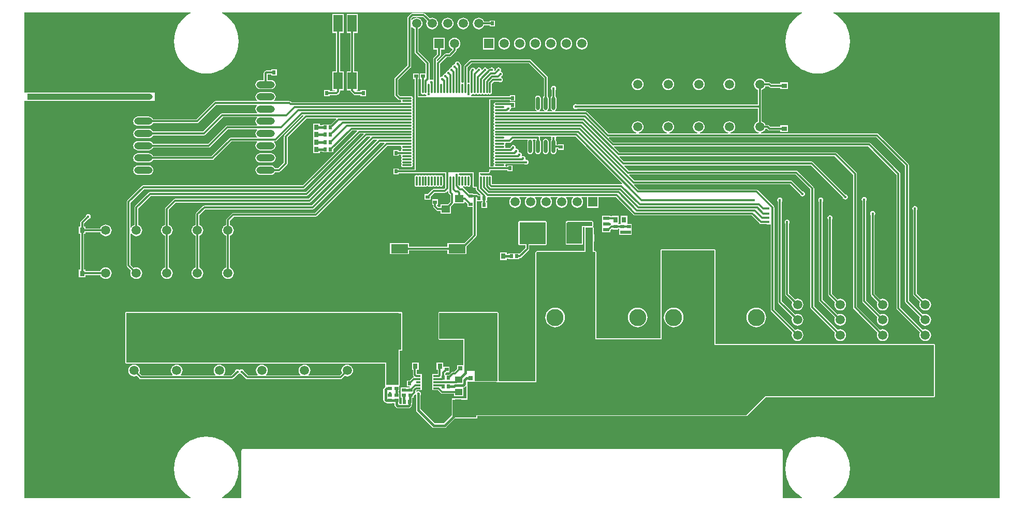
<source format=gtl>
G04*
G04 #@! TF.GenerationSoftware,Altium Limited,Altium Designer,20.0.2 (26)*
G04*
G04 Layer_Physical_Order=1*
G04 Layer_Color=255*
%FSLAX25Y25*%
%MOIN*%
G70*
G01*
G75*
%ADD13C,0.01181*%
%ADD18R,0.02362X0.02559*%
%ADD19R,0.04724X0.04488*%
%ADD20R,0.02559X0.02362*%
%ADD21R,0.04488X0.04724*%
%ADD22R,0.03150X0.03543*%
%ADD23R,0.19685X0.03937*%
%ADD24R,0.21654X0.05906*%
%ADD25R,0.13480X0.12284*%
%ADD26R,0.09843X0.13780*%
%ADD27O,0.11811X0.04724*%
%ADD28O,0.11811X0.03937*%
%ADD29R,0.18900X0.18500*%
%ADD30R,0.02950X0.03937*%
%ADD31R,0.02756X0.02953*%
%ADD32R,0.18500X0.18900*%
%ADD33R,0.03937X0.02950*%
%ADD34R,0.02953X0.02756*%
%ADD35R,0.11024X0.05906*%
%ADD36O,0.06299X0.01181*%
%ADD37O,0.01181X0.06299*%
%ADD38R,0.03150X0.01181*%
%ADD39R,0.05984X0.09449*%
%ADD40R,0.01181X0.03150*%
%ADD41O,0.02398X0.08679*%
%ADD42R,0.03937X0.02165*%
%ADD43R,0.05512X0.04724*%
%ADD44R,0.05906X0.11024*%
%ADD45R,0.03543X0.03150*%
%ADD78C,0.01575*%
%ADD79C,0.01968*%
%ADD80R,0.03543X0.09843*%
%ADD81R,0.04724X0.23622*%
%ADD82R,0.16142X0.02756*%
%ADD83R,0.16929X0.14173*%
%ADD84R,0.15354X0.11811*%
%ADD85R,0.14567X0.25197*%
%ADD86R,1.75591X0.31890*%
%ADD87R,0.08268X0.16929*%
%ADD88R,0.28346X0.23622*%
%ADD89R,0.78347X0.03937*%
%ADD90R,0.46063X0.47244*%
%ADD91R,0.82677X0.07874*%
%ADD92R,0.82677X0.09843*%
%ADD93R,0.05906X0.05906*%
%ADD94C,0.05906*%
%ADD95R,0.05906X0.05906*%
%ADD96C,0.19685*%
%ADD97R,0.19685X0.19685*%
%ADD98C,0.11024*%
%ADD99C,0.01772*%
G36*
X707658Y158484D02*
X600743D01*
X600629Y158971D01*
X600961Y159134D01*
X603226Y160648D01*
X605273Y162443D01*
X607069Y164491D01*
X608582Y166755D01*
X609787Y169198D01*
X610662Y171777D01*
X611193Y174448D01*
X611371Y177165D01*
X611193Y179883D01*
X610662Y182554D01*
X609787Y185133D01*
X608582Y187575D01*
X607069Y189840D01*
X605273Y191887D01*
X603226Y193683D01*
X600961Y195196D01*
X598519Y196401D01*
X595940Y197276D01*
X593269Y197807D01*
X590551Y197985D01*
X587834Y197807D01*
X585162Y197276D01*
X582584Y196401D01*
X580141Y195196D01*
X577877Y193683D01*
X575829Y191887D01*
X574033Y189840D01*
X572520Y187575D01*
X571316Y185133D01*
X570440Y182554D01*
X569909Y179883D01*
X569731Y177165D01*
X569909Y174448D01*
X570440Y171777D01*
X571316Y169198D01*
X572520Y166755D01*
X574033Y164491D01*
X575829Y162443D01*
X577877Y160648D01*
X580141Y159134D01*
X580473Y158971D01*
X580360Y158484D01*
X567933D01*
Y188976D01*
X567856Y189360D01*
X567639Y189686D01*
X567313Y189903D01*
X566929Y189980D01*
X220472D01*
X220088Y189903D01*
X219763Y189686D01*
X219545Y189360D01*
X219469Y188976D01*
Y158484D01*
X207042D01*
X206928Y158971D01*
X207260Y159134D01*
X209525Y160648D01*
X211573Y162443D01*
X213368Y164491D01*
X214881Y166755D01*
X216086Y169198D01*
X216961Y171777D01*
X217492Y174448D01*
X217671Y177165D01*
X217492Y179883D01*
X216961Y182554D01*
X216086Y185133D01*
X214881Y187575D01*
X213368Y189840D01*
X211573Y191887D01*
X209525Y193683D01*
X207260Y195196D01*
X204818Y196401D01*
X202239Y197276D01*
X199568Y197807D01*
X196850Y197985D01*
X194133Y197807D01*
X191462Y197276D01*
X188883Y196401D01*
X186440Y195196D01*
X184176Y193683D01*
X182128Y191887D01*
X180333Y189840D01*
X178820Y187575D01*
X177615Y185133D01*
X176740Y182554D01*
X176208Y179883D01*
X176030Y177165D01*
X176208Y174448D01*
X176740Y171777D01*
X177615Y169198D01*
X178820Y166755D01*
X180333Y164491D01*
X182128Y162443D01*
X184176Y160648D01*
X186440Y159134D01*
X186772Y158971D01*
X186659Y158484D01*
X79744D01*
Y414173D01*
X81419D01*
X81496Y414158D01*
X152299D01*
X152362Y414149D01*
X160236D01*
X160417Y414173D01*
X163779D01*
Y419685D01*
X160417D01*
X160236Y419709D01*
X152362D01*
X152299Y419700D01*
X81967D01*
X81496Y419700D01*
X81496D01*
X81022Y419685D01*
X79744D01*
Y471437D01*
X186659D01*
X186772Y470951D01*
X186440Y470787D01*
X184176Y469274D01*
X182128Y467478D01*
X180333Y465430D01*
X178820Y463166D01*
X177615Y460723D01*
X176740Y458145D01*
X176208Y455474D01*
X176030Y452756D01*
X176208Y450038D01*
X176740Y447367D01*
X177615Y444788D01*
X178820Y442346D01*
X180333Y440081D01*
X182128Y438034D01*
X184176Y436238D01*
X186440Y434725D01*
X188883Y433521D01*
X191462Y432645D01*
X194133Y432114D01*
X196850Y431936D01*
X199568Y432114D01*
X202239Y432645D01*
X204818Y433521D01*
X207260Y434725D01*
X209525Y436238D01*
X211573Y438034D01*
X213368Y440081D01*
X214881Y442346D01*
X216086Y444788D01*
X216961Y447367D01*
X217492Y450038D01*
X217671Y452756D01*
X217492Y455474D01*
X216961Y458145D01*
X216086Y460723D01*
X214881Y463166D01*
X213368Y465430D01*
X211573Y467478D01*
X209525Y469274D01*
X207260Y470787D01*
X206928Y470951D01*
X207042Y471437D01*
X580360D01*
X580473Y470951D01*
X580141Y470787D01*
X577877Y469274D01*
X575829Y467478D01*
X574033Y465430D01*
X572520Y463166D01*
X571316Y460723D01*
X570440Y458145D01*
X569909Y455474D01*
X569731Y452756D01*
X569909Y450038D01*
X570440Y447367D01*
X571316Y444788D01*
X572520Y442346D01*
X574033Y440081D01*
X575829Y438034D01*
X577877Y436238D01*
X580141Y434725D01*
X582584Y433521D01*
X585162Y432645D01*
X587834Y432114D01*
X590551Y431936D01*
X593269Y432114D01*
X595940Y432645D01*
X598519Y433521D01*
X600961Y434725D01*
X603226Y436238D01*
X605273Y438034D01*
X607069Y440081D01*
X608582Y442346D01*
X609787Y444788D01*
X610662Y447367D01*
X611193Y450038D01*
X611371Y452756D01*
X611193Y455474D01*
X610662Y458145D01*
X609787Y460723D01*
X608582Y463166D01*
X607069Y465430D01*
X605273Y467478D01*
X603226Y469274D01*
X600961Y470787D01*
X600629Y470951D01*
X600743Y471437D01*
X707658D01*
Y158484D01*
D02*
G37*
%LPC*%
G36*
X336732Y470889D02*
X336732Y470889D01*
X329528D01*
X329528Y470889D01*
X329067Y470798D01*
X328676Y470537D01*
X326708Y468568D01*
X326447Y468177D01*
X326355Y467717D01*
X326355Y467717D01*
Y437113D01*
X318440Y429198D01*
X318179Y428807D01*
X318087Y428346D01*
X318087Y428346D01*
Y418110D01*
X318087Y418110D01*
X318179Y417649D01*
X318440Y417259D01*
X320408Y415290D01*
X320408Y415290D01*
X320799Y415029D01*
X321260Y414937D01*
X321260Y414937D01*
X322157D01*
X322471Y414437D01*
X322418Y414174D01*
X322471Y413909D01*
X322157Y413409D01*
X251680D01*
X251245Y413844D01*
X250854Y414105D01*
X250394Y414196D01*
X250394Y414196D01*
X240693D01*
X240523Y414696D01*
X240689Y414823D01*
X241162Y415440D01*
X241459Y416158D01*
X241561Y416929D01*
X241459Y417700D01*
X241162Y418418D01*
X240689Y419035D01*
X240072Y419508D01*
X239353Y419806D01*
X238583Y419907D01*
X231496D01*
X230725Y419806D01*
X230007Y419508D01*
X229390Y419035D01*
X228917Y418418D01*
X228619Y417700D01*
X228518Y416929D01*
X228619Y416158D01*
X228917Y415440D01*
X229390Y414823D01*
X229555Y414696D01*
X229386Y414196D01*
X202756D01*
X202756Y414196D01*
X202295Y414105D01*
X201904Y413844D01*
X190446Y402385D01*
X162540D01*
X162422Y402670D01*
X161949Y403287D01*
X161332Y403760D01*
X160613Y404058D01*
X159843Y404159D01*
X152756D01*
X151985Y404058D01*
X151267Y403760D01*
X150650Y403287D01*
X150177Y402670D01*
X149879Y401952D01*
X149778Y401181D01*
X149879Y400410D01*
X150177Y399692D01*
X150650Y399075D01*
X151267Y398602D01*
X151985Y398304D01*
X152756Y398203D01*
X159843D01*
X160613Y398304D01*
X161332Y398602D01*
X161949Y399075D01*
X162422Y399692D01*
X162540Y399977D01*
X190945D01*
X190945Y399977D01*
X191406Y400069D01*
X191796Y400330D01*
X203255Y411788D01*
X229386D01*
X229556Y411288D01*
X229390Y411161D01*
X228917Y410544D01*
X228619Y409826D01*
X228518Y409055D01*
X228619Y408284D01*
X228917Y407566D01*
X229390Y406949D01*
X229555Y406822D01*
X229386Y406322D01*
X207087D01*
X207087Y406322D01*
X206626Y406231D01*
X206235Y405970D01*
X194777Y394511D01*
X162540D01*
X162422Y394796D01*
X161949Y395413D01*
X161332Y395886D01*
X160613Y396184D01*
X159843Y396285D01*
X152756D01*
X151985Y396184D01*
X151267Y395886D01*
X150650Y395413D01*
X150177Y394796D01*
X149879Y394078D01*
X149778Y393307D01*
X149879Y392536D01*
X150177Y391818D01*
X150650Y391201D01*
X151267Y390728D01*
X151985Y390430D01*
X152756Y390329D01*
X159843D01*
X160613Y390430D01*
X161332Y390728D01*
X161949Y391201D01*
X162422Y391818D01*
X162540Y392103D01*
X195275D01*
X195276Y392103D01*
X195736Y392195D01*
X196127Y392456D01*
X207585Y403914D01*
X229386D01*
X229555Y403414D01*
X229390Y403287D01*
X228917Y402670D01*
X228619Y401952D01*
X228518Y401181D01*
X228619Y400410D01*
X228917Y399692D01*
X229390Y399075D01*
X229555Y398948D01*
X229386Y398448D01*
X210236D01*
X210236Y398448D01*
X209775Y398357D01*
X209385Y398096D01*
X197926Y386637D01*
X162540D01*
X162422Y386922D01*
X161949Y387539D01*
X161332Y388012D01*
X160613Y388310D01*
X159843Y388411D01*
X152756D01*
X151985Y388310D01*
X151267Y388012D01*
X150650Y387539D01*
X150177Y386922D01*
X149879Y386204D01*
X149778Y385433D01*
X149879Y384662D01*
X150177Y383944D01*
X150650Y383327D01*
X151267Y382854D01*
X151985Y382556D01*
X152756Y382455D01*
X159843D01*
X160613Y382556D01*
X161332Y382854D01*
X161949Y383327D01*
X162422Y383944D01*
X162540Y384229D01*
X198425D01*
X198425Y384229D01*
X198886Y384320D01*
X199277Y384581D01*
X210735Y396040D01*
X229386D01*
X229555Y395540D01*
X229390Y395413D01*
X228917Y394796D01*
X228619Y394078D01*
X228518Y393307D01*
X228619Y392536D01*
X228917Y391818D01*
X229390Y391201D01*
X229555Y391074D01*
X229386Y390574D01*
X212598D01*
X212138Y390483D01*
X211747Y390222D01*
X211747Y390222D01*
X200289Y378763D01*
X162540D01*
X162422Y379048D01*
X161949Y379665D01*
X161332Y380138D01*
X160613Y380436D01*
X159843Y380537D01*
X152756D01*
X151985Y380436D01*
X151267Y380138D01*
X150650Y379665D01*
X150177Y379048D01*
X149879Y378330D01*
X149778Y377559D01*
X149879Y376788D01*
X150177Y376070D01*
X150650Y375453D01*
X151267Y374980D01*
X151985Y374682D01*
X152756Y374581D01*
X159843D01*
X160613Y374682D01*
X161332Y374980D01*
X161949Y375453D01*
X162422Y376070D01*
X162540Y376355D01*
X200787D01*
X200787Y376355D01*
X201248Y376447D01*
X201639Y376708D01*
X213097Y388166D01*
X229386D01*
X229556Y387666D01*
X229390Y387539D01*
X228917Y386922D01*
X228619Y386204D01*
X228518Y385433D01*
X228619Y384662D01*
X228917Y383944D01*
X229390Y383327D01*
X230007Y382854D01*
X230725Y382556D01*
X231496Y382455D01*
X238583D01*
X239353Y382556D01*
X240072Y382854D01*
X240689Y383327D01*
X241162Y383944D01*
X241459Y384662D01*
X241561Y385433D01*
X241459Y386204D01*
X241162Y386922D01*
X240689Y387539D01*
X240523Y387666D01*
X240693Y388166D01*
X241338D01*
X241339Y388166D01*
X241799Y388258D01*
X242190Y388519D01*
X258767Y405095D01*
X259432D01*
X259623Y404634D01*
X247180Y392190D01*
X246919Y391799D01*
X246827Y391339D01*
X246827Y391338D01*
Y374515D01*
X243202Y370889D01*
X241280D01*
X241162Y371174D01*
X240689Y371791D01*
X240072Y372264D01*
X239353Y372562D01*
X238583Y372663D01*
X231496D01*
X230725Y372562D01*
X230007Y372264D01*
X229390Y371791D01*
X228917Y371174D01*
X228619Y370456D01*
X228518Y369685D01*
X228619Y368914D01*
X228917Y368196D01*
X229390Y367579D01*
X230007Y367106D01*
X230725Y366808D01*
X231496Y366707D01*
X238583D01*
X239353Y366808D01*
X240072Y367106D01*
X240689Y367579D01*
X241162Y368196D01*
X241280Y368481D01*
X243701D01*
X243701Y368481D01*
X244162Y368572D01*
X244552Y368833D01*
X248883Y373164D01*
X248883Y373164D01*
X249144Y373555D01*
X249236Y374016D01*
Y390840D01*
X261522Y403126D01*
X280396D01*
X280587Y402665D01*
X277037Y399114D01*
X271752D01*
Y398649D01*
X269882D01*
Y399606D01*
X265551D01*
Y395382D01*
X265551Y394882D01*
X265551Y394882D01*
Y394882D01*
X265551D01*
X265551Y394882D01*
Y390158D01*
X265551D01*
X265551D01*
Y390157D01*
X265551D01*
X265551Y390157D01*
Y385433D01*
Y380709D01*
X269882D01*
Y381666D01*
X271752D01*
Y381201D01*
X278642D01*
Y383140D01*
X290755Y395252D01*
X293684D01*
X293875Y394791D01*
X258950Y359866D01*
X156299D01*
X156299Y359866D01*
X155838Y359774D01*
X155448Y359513D01*
X145999Y350064D01*
X145738Y349673D01*
X145646Y349213D01*
X145646Y349213D01*
Y308291D01*
X145646Y308291D01*
X145738Y307831D01*
X145999Y307440D01*
X148430Y305009D01*
X148147Y304327D01*
X148019Y303350D01*
X148147Y302374D01*
X148524Y301464D01*
X149124Y300683D01*
X149905Y300083D01*
X150815Y299707D01*
X151791Y299578D01*
X152768Y299707D01*
X153677Y300083D01*
X154459Y300683D01*
X155058Y301464D01*
X155435Y302374D01*
X155564Y303350D01*
X155435Y304327D01*
X155058Y305237D01*
X154459Y306018D01*
X153677Y306617D01*
X152768Y306994D01*
X151791Y307123D01*
X150815Y306994D01*
X150133Y306712D01*
X148055Y308790D01*
Y328593D01*
X148499Y328918D01*
X148555Y328917D01*
X149124Y328175D01*
X149905Y327575D01*
X150815Y327199D01*
X151791Y327070D01*
X152768Y327199D01*
X153677Y327575D01*
X154459Y328175D01*
X155058Y328956D01*
X155435Y329866D01*
X155564Y330842D01*
X155435Y331819D01*
X155058Y332729D01*
X154459Y333510D01*
X153677Y334109D01*
X152996Y334392D01*
Y344993D01*
X161129Y353127D01*
X261417D01*
X261417Y353127D01*
X261878Y353218D01*
X262269Y353479D01*
X300105Y391316D01*
X302345D01*
X302536Y390854D01*
X262887Y351204D01*
X176772D01*
X176772Y351204D01*
X176311Y351113D01*
X175920Y350851D01*
X175920Y350851D01*
X170625Y345556D01*
X170364Y345166D01*
X170272Y344705D01*
X170272Y344705D01*
Y334392D01*
X169590Y334109D01*
X168809Y333510D01*
X168209Y332729D01*
X167833Y331819D01*
X167704Y330842D01*
X167833Y329866D01*
X168209Y328956D01*
X168809Y328175D01*
X169590Y327575D01*
X170272Y327293D01*
Y306900D01*
X169590Y306617D01*
X168809Y306018D01*
X168209Y305237D01*
X167833Y304327D01*
X167704Y303350D01*
X167833Y302374D01*
X168209Y301464D01*
X168809Y300683D01*
X169590Y300083D01*
X170500Y299707D01*
X171476Y299578D01*
X172453Y299707D01*
X173363Y300083D01*
X174144Y300683D01*
X174743Y301464D01*
X175120Y302374D01*
X175249Y303350D01*
X175120Y304327D01*
X174743Y305237D01*
X174144Y306018D01*
X173363Y306617D01*
X172681Y306900D01*
Y327293D01*
X173363Y327575D01*
X174144Y328175D01*
X174743Y328956D01*
X175120Y329866D01*
X175249Y330842D01*
X175120Y331819D01*
X174743Y332729D01*
X174144Y333510D01*
X173363Y334109D01*
X172681Y334392D01*
Y344206D01*
X177270Y348796D01*
X263386D01*
X263386Y348796D01*
X263847Y348887D01*
X264237Y349149D01*
X304436Y389347D01*
X306676D01*
X306868Y388885D01*
X264856Y346873D01*
X195669D01*
X195669Y346873D01*
X195208Y346782D01*
X194818Y346521D01*
X194818Y346521D01*
X190310Y342013D01*
X190049Y341622D01*
X189957Y341161D01*
X189957Y341161D01*
Y334392D01*
X189275Y334109D01*
X188494Y333510D01*
X187894Y332729D01*
X187517Y331819D01*
X187389Y330842D01*
X187517Y329866D01*
X187894Y328956D01*
X188494Y328175D01*
X189275Y327575D01*
X189957Y327293D01*
Y306900D01*
X189275Y306617D01*
X188494Y306018D01*
X187894Y305237D01*
X187517Y304327D01*
X187389Y303350D01*
X187517Y302374D01*
X187894Y301464D01*
X188494Y300683D01*
X189275Y300083D01*
X190185Y299707D01*
X191161Y299578D01*
X192138Y299707D01*
X193048Y300083D01*
X193829Y300683D01*
X194428Y301464D01*
X194805Y302374D01*
X194934Y303350D01*
X194805Y304327D01*
X194428Y305237D01*
X193829Y306018D01*
X193048Y306617D01*
X192366Y306900D01*
Y327293D01*
X193048Y327575D01*
X193829Y328175D01*
X194428Y328956D01*
X194805Y329866D01*
X194934Y330842D01*
X194805Y331819D01*
X194428Y332729D01*
X193829Y333510D01*
X193048Y334109D01*
X192366Y334392D01*
Y340663D01*
X196168Y344465D01*
X265354D01*
X265354Y344465D01*
X265815Y344557D01*
X266206Y344818D01*
X308767Y387379D01*
X311400D01*
X311591Y386916D01*
X266824Y342149D01*
X214173D01*
X214173Y342149D01*
X213712Y342057D01*
X213322Y341796D01*
X213322Y341796D01*
X209995Y338470D01*
X209734Y338079D01*
X209642Y337618D01*
X209642Y337618D01*
Y334392D01*
X208960Y334109D01*
X208179Y333510D01*
X207579Y332729D01*
X207203Y331819D01*
X207074Y330842D01*
X207203Y329866D01*
X207579Y328956D01*
X208179Y328175D01*
X208960Y327575D01*
X209642Y327293D01*
Y306900D01*
X208960Y306617D01*
X208179Y306018D01*
X207579Y305237D01*
X207203Y304327D01*
X207074Y303350D01*
X207203Y302374D01*
X207579Y301464D01*
X208179Y300683D01*
X208960Y300083D01*
X209870Y299707D01*
X210846Y299578D01*
X211823Y299707D01*
X212733Y300083D01*
X213514Y300683D01*
X214113Y301464D01*
X214490Y302374D01*
X214619Y303350D01*
X214490Y304327D01*
X214113Y305237D01*
X213514Y306018D01*
X212733Y306617D01*
X212051Y306900D01*
Y327293D01*
X212733Y327575D01*
X213514Y328175D01*
X214113Y328956D01*
X214490Y329866D01*
X214619Y330842D01*
X214490Y331819D01*
X214113Y332729D01*
X213514Y333510D01*
X212733Y334109D01*
X212051Y334392D01*
Y337119D01*
X214672Y339741D01*
X267323D01*
X267323Y339741D01*
X267784Y339832D01*
X268174Y340093D01*
X313491Y385409D01*
X322157D01*
X322471Y384909D01*
X322418Y384646D01*
X322510Y384185D01*
X322771Y383794D01*
Y383528D01*
X322510Y383137D01*
X322418Y382677D01*
X322471Y382413D01*
X322157Y381913D01*
X320768D01*
Y382579D01*
X317225D01*
Y378839D01*
X320768D01*
Y379504D01*
X322157D01*
X322471Y379004D01*
X322418Y378740D01*
X322510Y378279D01*
X322771Y377888D01*
Y377623D01*
X322510Y377233D01*
X322418Y376772D01*
X322510Y376311D01*
X322771Y375920D01*
Y375654D01*
X322510Y375264D01*
X322418Y374803D01*
X322510Y374342D01*
X322771Y373951D01*
Y373686D01*
X322510Y373295D01*
X322418Y372835D01*
X322510Y372374D01*
X322771Y371983D01*
X323162Y371722D01*
X323622Y371631D01*
X328741D01*
X329201Y371722D01*
X329592Y371983D01*
X329853Y372374D01*
X329945Y372835D01*
X329853Y373295D01*
X329592Y373686D01*
Y373951D01*
X329853Y374342D01*
X329945Y374803D01*
X329853Y375264D01*
X329592Y375654D01*
Y375920D01*
X329853Y376311D01*
X329945Y376772D01*
X329853Y377233D01*
X329592Y377623D01*
Y377888D01*
X329853Y378279D01*
X329945Y378740D01*
X329853Y379201D01*
X329592Y379591D01*
Y379857D01*
X329853Y380248D01*
X329945Y380709D01*
X329853Y381170D01*
X329592Y381560D01*
Y381825D01*
X329853Y382216D01*
X329945Y382677D01*
X329853Y383137D01*
X329592Y383528D01*
Y383794D01*
X329853Y384185D01*
X329945Y384646D01*
X329853Y385106D01*
X329592Y385497D01*
Y385762D01*
X329853Y386153D01*
X329945Y386614D01*
X329853Y387074D01*
X329592Y387465D01*
Y387731D01*
X329853Y388122D01*
X329945Y388583D01*
X329853Y389043D01*
X329592Y389434D01*
Y389700D01*
X329853Y390091D01*
X329945Y390552D01*
X329853Y391013D01*
X329592Y391403D01*
Y391668D01*
X329853Y392059D01*
X329945Y392520D01*
X329853Y392981D01*
X329592Y393371D01*
Y393637D01*
X329853Y394028D01*
X329945Y394489D01*
X329853Y394950D01*
X329592Y395340D01*
Y395605D01*
X329853Y395996D01*
X329945Y396457D01*
X329853Y396918D01*
X329592Y397308D01*
Y397574D01*
X329853Y397965D01*
X329945Y398426D01*
X329853Y398886D01*
X329592Y399277D01*
Y399542D01*
X329853Y399933D01*
X329945Y400394D01*
X329853Y400854D01*
X329592Y401245D01*
Y401511D01*
X329853Y401902D01*
X329945Y402363D01*
X329853Y402823D01*
X329592Y403214D01*
Y403479D01*
X329853Y403870D01*
X329945Y404331D01*
X329853Y404791D01*
X329592Y405182D01*
Y405448D01*
X329853Y405839D01*
X329945Y406300D01*
X329853Y406761D01*
X329592Y407151D01*
Y407416D01*
X329853Y407807D01*
X329945Y408268D01*
X329853Y408729D01*
X329592Y409119D01*
Y409385D01*
X329853Y409776D01*
X329945Y410237D01*
X329853Y410698D01*
X329592Y411088D01*
Y411353D01*
X329853Y411744D01*
X329945Y412205D01*
X329853Y412666D01*
X329592Y413056D01*
Y413322D01*
X329853Y413713D01*
X329945Y414174D01*
X329853Y414635D01*
X329592Y415025D01*
Y415290D01*
X329853Y415681D01*
X329945Y416142D01*
X329853Y416603D01*
X329592Y416993D01*
X329201Y417254D01*
X328741Y417346D01*
X321759D01*
X320496Y418609D01*
Y427848D01*
X328411Y435763D01*
X328672Y436153D01*
X328763Y436614D01*
Y461744D01*
X329263Y461914D01*
X329577Y461506D01*
X330358Y460906D01*
X331040Y460624D01*
Y445709D01*
X331040Y445709D01*
X331132Y445248D01*
X331393Y444857D01*
X338166Y438084D01*
Y432457D01*
X338091Y431988D01*
X334351D01*
Y428445D01*
X335016D01*
Y424803D01*
Y422244D01*
Y419685D01*
X335108Y419224D01*
X335369Y418833D01*
X335760Y418572D01*
X336221Y418480D01*
X336681Y418572D01*
X337072Y418833D01*
X337337D01*
X337728Y418572D01*
X338189Y418480D01*
X338621Y418057D01*
X338655Y417882D01*
X338680Y417846D01*
X338412Y417346D01*
X333488D01*
Y419685D01*
X333488Y419685D01*
Y424803D01*
X333488Y424803D01*
Y428445D01*
X333760D01*
Y431988D01*
X330020D01*
Y428445D01*
X331079D01*
Y416142D01*
Y370102D01*
X328741D01*
X328741Y370102D01*
X320768D01*
Y370768D01*
X317225D01*
Y367028D01*
X320768D01*
Y367693D01*
X326181D01*
X326182Y367693D01*
X350764D01*
Y365355D01*
Y362796D01*
Y360237D01*
Y358373D01*
X349895Y357504D01*
X343208D01*
X343208Y357504D01*
X342747Y357412D01*
X342357Y357151D01*
X342357Y357151D01*
X339438Y354232D01*
X337500D01*
Y350689D01*
X341240D01*
Y352628D01*
X343707Y355095D01*
X350394D01*
X350394Y355095D01*
X350854Y355187D01*
X351245Y355448D01*
X352271Y356474D01*
X352733Y356282D01*
Y355410D01*
X352733Y355410D01*
X352825Y354949D01*
X353086Y354558D01*
X353914Y353730D01*
Y349025D01*
X352526Y347637D01*
X347835D01*
Y345889D01*
X346365D01*
X345412Y346842D01*
X345571Y347342D01*
X345965D01*
Y350886D01*
X342225D01*
Y347342D01*
X342891D01*
Y346456D01*
X342891Y346456D01*
X342982Y345995D01*
X343243Y345605D01*
X345015Y343833D01*
X345015Y343833D01*
X345406Y343572D01*
X345867Y343480D01*
X345867Y343480D01*
X347835D01*
Y341732D01*
X354528D01*
Y346233D01*
X355970Y347674D01*
X355970Y347674D01*
X356126Y347909D01*
X356215Y348041D01*
X356496Y348425D01*
X363189D01*
Y349120D01*
X363651Y349311D01*
X365059Y347903D01*
Y345964D01*
X368481D01*
Y328058D01*
X363061Y322638D01*
X352165D01*
Y320299D01*
X327362D01*
Y322638D01*
X315158D01*
Y315551D01*
X327362D01*
Y317890D01*
X352165D01*
Y315551D01*
X364370D01*
Y320541D01*
X370536Y326708D01*
X370537Y326708D01*
X370798Y327098D01*
X370889Y327559D01*
X370889Y327559D01*
Y349705D01*
X374583D01*
Y349114D01*
X374016D01*
Y345374D01*
X377559D01*
Y349114D01*
X376992D01*
Y349705D01*
X377559D01*
Y352023D01*
X377946Y352341D01*
X377953Y352339D01*
X392925D01*
X392988Y352153D01*
X393049Y351839D01*
X392481Y351099D01*
X392104Y350189D01*
X391976Y349213D01*
X392104Y348236D01*
X392481Y347326D01*
X393080Y346545D01*
X393862Y345946D01*
X394772Y345569D01*
X395748Y345440D01*
X396724Y345569D01*
X397634Y345946D01*
X398415Y346545D01*
X399015Y347326D01*
X399392Y348236D01*
X399520Y349213D01*
X399392Y350189D01*
X399015Y351099D01*
X398447Y351839D01*
X398508Y352153D01*
X398571Y352339D01*
X402925D01*
X402988Y352153D01*
X403049Y351839D01*
X402481Y351099D01*
X402104Y350189D01*
X401976Y349213D01*
X402104Y348236D01*
X402481Y347326D01*
X403081Y346545D01*
X403862Y345946D01*
X404772Y345569D01*
X405748Y345440D01*
X406724Y345569D01*
X407634Y345946D01*
X408416Y346545D01*
X409015Y347326D01*
X409392Y348236D01*
X409520Y349213D01*
X409392Y350189D01*
X409015Y351099D01*
X408447Y351839D01*
X408508Y352153D01*
X408571Y352339D01*
X412925D01*
X412988Y352153D01*
X413049Y351839D01*
X412481Y351099D01*
X412104Y350189D01*
X411976Y349213D01*
X412104Y348236D01*
X412481Y347326D01*
X413081Y346545D01*
X413862Y345946D01*
X414772Y345569D01*
X415748Y345440D01*
X416724Y345569D01*
X417634Y345946D01*
X418415Y346545D01*
X419015Y347326D01*
X419392Y348236D01*
X419520Y349213D01*
X419392Y350189D01*
X419015Y351099D01*
X418447Y351839D01*
X418508Y352153D01*
X418571Y352339D01*
X422925D01*
X422988Y352153D01*
X423049Y351839D01*
X422481Y351099D01*
X422104Y350189D01*
X421976Y349213D01*
X422104Y348236D01*
X422481Y347326D01*
X423080Y346545D01*
X423862Y345946D01*
X424772Y345569D01*
X425748Y345440D01*
X426724Y345569D01*
X427634Y345946D01*
X428415Y346545D01*
X429015Y347326D01*
X429392Y348236D01*
X429520Y349213D01*
X429392Y350189D01*
X429015Y351099D01*
X428447Y351839D01*
X428508Y352153D01*
X428571Y352339D01*
X432925D01*
X432988Y352153D01*
X433049Y351839D01*
X432481Y351099D01*
X432104Y350189D01*
X431976Y349213D01*
X432104Y348236D01*
X432481Y347326D01*
X433080Y346545D01*
X433862Y345946D01*
X434772Y345569D01*
X435748Y345440D01*
X436724Y345569D01*
X437634Y345946D01*
X438415Y346545D01*
X439015Y347326D01*
X439392Y348236D01*
X439520Y349213D01*
X439392Y350189D01*
X439015Y351099D01*
X438447Y351839D01*
X438508Y352153D01*
X438571Y352339D01*
X442008D01*
Y345472D01*
X449488D01*
Y352339D01*
X460525D01*
X471983Y340881D01*
X472374Y340620D01*
X472835Y340528D01*
X472835Y340528D01*
X547926D01*
X553086Y335369D01*
X553086Y335369D01*
X553476Y335108D01*
X553937Y335016D01*
X553937Y335016D01*
X557594D01*
X558039Y334718D01*
X558661Y334595D01*
X559284Y334718D01*
X559713Y335005D01*
X560065Y334890D01*
X560213Y334784D01*
Y279528D01*
X560213Y279528D01*
X560305Y279067D01*
X560566Y278676D01*
X574198Y265044D01*
X573915Y264362D01*
X573787Y263386D01*
X573915Y262409D01*
X574292Y261500D01*
X574892Y260718D01*
X575673Y260119D01*
X576583Y259742D01*
X577559Y259613D01*
X578535Y259742D01*
X579445Y260119D01*
X580227Y260718D01*
X580826Y261500D01*
X581203Y262409D01*
X581331Y263386D01*
X581203Y264362D01*
X580826Y265272D01*
X580227Y266053D01*
X579445Y266653D01*
X578535Y267030D01*
X577559Y267158D01*
X576583Y267030D01*
X575901Y266747D01*
X562622Y280026D01*
Y345669D01*
X562622Y345669D01*
X562530Y346130D01*
X562269Y346521D01*
X562269Y346521D01*
X552033Y356757D01*
X551642Y357018D01*
X551181Y357110D01*
X551181Y357110D01*
X475302D01*
X472305Y360107D01*
X472512Y360607D01*
X572729D01*
X579102Y354234D01*
X579207Y353709D01*
X579559Y353181D01*
X580087Y352829D01*
X580709Y352705D01*
X581331Y352829D01*
X581858Y353181D01*
X582211Y353709D01*
X582334Y354331D01*
X582211Y354953D01*
X581858Y355480D01*
X581331Y355833D01*
X580805Y355937D01*
X574080Y362663D01*
X573689Y362924D01*
X573228Y363015D01*
X573228Y363015D01*
X472546D01*
X469117Y366444D01*
X469309Y366906D01*
X576273D01*
X585804Y357375D01*
Y281365D01*
X585804Y281365D01*
X585895Y280904D01*
X586156Y280513D01*
X601625Y265044D01*
X601343Y264362D01*
X601215Y263386D01*
X601343Y262409D01*
X601720Y261500D01*
X602319Y260718D01*
X603101Y260119D01*
X604010Y259742D01*
X604987Y259613D01*
X605963Y259742D01*
X606873Y260119D01*
X607654Y260718D01*
X608254Y261500D01*
X608631Y262409D01*
X608759Y263386D01*
X608631Y264362D01*
X608254Y265272D01*
X607654Y266053D01*
X606873Y266653D01*
X605963Y267030D01*
X604987Y267158D01*
X604010Y267030D01*
X603329Y266747D01*
X588212Y281864D01*
Y357874D01*
X588120Y358335D01*
X587859Y358726D01*
X577623Y368962D01*
X577233Y369223D01*
X576772Y369315D01*
X576772Y369315D01*
X469003D01*
X465968Y372350D01*
X466159Y372812D01*
X586115D01*
X606661Y352266D01*
X606766Y351740D01*
X607118Y351213D01*
X607646Y350860D01*
X608268Y350736D01*
X608890Y350860D01*
X609417Y351213D01*
X609770Y351740D01*
X609893Y352362D01*
X609770Y352984D01*
X609417Y353512D01*
X608890Y353864D01*
X608364Y353969D01*
X587466Y374867D01*
X587075Y375128D01*
X586614Y375220D01*
X586614Y375220D01*
X465853D01*
X462818Y378255D01*
X463009Y378717D01*
X601470D01*
X613363Y366824D01*
Y281234D01*
X613363Y281234D01*
X613454Y280773D01*
X613715Y280382D01*
X629053Y265044D01*
X628771Y264362D01*
X628642Y263386D01*
X628771Y262409D01*
X629148Y261500D01*
X629747Y260718D01*
X630528Y260119D01*
X631438Y259742D01*
X632415Y259613D01*
X633391Y259742D01*
X634301Y260119D01*
X635082Y260718D01*
X635682Y261500D01*
X636059Y262409D01*
X636187Y263386D01*
X636059Y264362D01*
X635682Y265272D01*
X635082Y266053D01*
X634301Y266653D01*
X633391Y267030D01*
X632415Y267158D01*
X631438Y267030D01*
X630756Y266747D01*
X615771Y281732D01*
Y367323D01*
X615680Y367784D01*
X615418Y368174D01*
X602820Y380773D01*
X602429Y381034D01*
X601968Y381125D01*
X601968Y381125D01*
X462704D01*
X459275Y384554D01*
X459466Y385016D01*
X623123D01*
X641315Y366824D01*
Y280709D01*
X641315Y280709D01*
X641407Y280248D01*
X641668Y279857D01*
X656481Y265044D01*
X656199Y264362D01*
X656070Y263386D01*
X656199Y262409D01*
X656575Y261500D01*
X657175Y260718D01*
X657956Y260119D01*
X658866Y259742D01*
X659842Y259613D01*
X660819Y259742D01*
X661729Y260119D01*
X662510Y260718D01*
X663109Y261500D01*
X663486Y262409D01*
X663615Y263386D01*
X663486Y264362D01*
X663109Y265272D01*
X662510Y266053D01*
X661729Y266653D01*
X660819Y267030D01*
X659842Y267158D01*
X658866Y267030D01*
X658184Y266747D01*
X643724Y281207D01*
Y367323D01*
X643724Y367323D01*
X643632Y367784D01*
X643371Y368174D01*
X624474Y387072D01*
X624083Y387333D01*
X623622Y387425D01*
X623622Y387425D01*
X459160D01*
X456125Y390460D01*
X456317Y390922D01*
X628241D01*
X646827Y372336D01*
Y285039D01*
X646827Y285039D01*
X646919Y284578D01*
X647180Y284188D01*
X656481Y274887D01*
X656199Y274205D01*
X656070Y273228D01*
X656199Y272252D01*
X656575Y271342D01*
X657175Y270561D01*
X657956Y269961D01*
X658866Y269584D01*
X659842Y269456D01*
X660819Y269584D01*
X661729Y269961D01*
X662510Y270561D01*
X663109Y271342D01*
X663486Y272252D01*
X663615Y273228D01*
X663486Y274205D01*
X663109Y275115D01*
X662510Y275896D01*
X661729Y276495D01*
X660819Y276872D01*
X659842Y277001D01*
X658866Y276872D01*
X658184Y276590D01*
X649236Y285538D01*
Y372835D01*
X649144Y373295D01*
X648883Y373686D01*
X629592Y392977D01*
X629201Y393238D01*
X628740Y393330D01*
X628740Y393330D01*
X554090D01*
X554057Y393830D01*
X554284Y393860D01*
X555193Y394237D01*
X555975Y394836D01*
X556574Y395618D01*
X556857Y396300D01*
X557903D01*
X558597Y395605D01*
X558988Y395344D01*
X559449Y395252D01*
X566536D01*
Y394291D01*
X571260D01*
Y398622D01*
X566536D01*
Y397661D01*
X559948D01*
X559253Y398356D01*
X558862Y398617D01*
X558402Y398708D01*
X558401Y398708D01*
X556857D01*
X556574Y399390D01*
X555975Y400171D01*
X555193Y400771D01*
X554511Y401053D01*
Y410630D01*
Y421447D01*
X555193Y421729D01*
X555975Y422329D01*
X556574Y423110D01*
X556857Y423792D01*
X558757D01*
X559385Y423164D01*
X559385Y423164D01*
X559775Y422903D01*
X560236Y422812D01*
X560236Y422812D01*
X566536D01*
Y421850D01*
X571260D01*
Y426181D01*
X566536D01*
Y425220D01*
X560735D01*
X560107Y425848D01*
X559717Y426109D01*
X559256Y426200D01*
X559256Y426200D01*
X556857D01*
X556574Y426882D01*
X555975Y427664D01*
X555193Y428263D01*
X554284Y428640D01*
X553307Y428768D01*
X552331Y428640D01*
X551421Y428263D01*
X550640Y427664D01*
X550040Y426882D01*
X549663Y425972D01*
X549535Y424996D01*
X549663Y424020D01*
X550040Y423110D01*
X550640Y422329D01*
X551421Y421729D01*
X552103Y421447D01*
Y411834D01*
X435713D01*
X435268Y412132D01*
X434646Y412256D01*
X434024Y412132D01*
X433496Y411779D01*
X433144Y411252D01*
X433020Y410630D01*
X433144Y410008D01*
X433496Y409480D01*
X434024Y409128D01*
X434646Y409004D01*
X435268Y409128D01*
X435713Y409426D01*
X552103D01*
Y401053D01*
X551421Y400771D01*
X550640Y400171D01*
X550040Y399390D01*
X549663Y398480D01*
X549535Y397504D01*
X549663Y396528D01*
X550040Y395618D01*
X550640Y394836D01*
X551421Y394237D01*
X552331Y393860D01*
X552557Y393830D01*
X552525Y393330D01*
X534405D01*
X534372Y393830D01*
X534598Y393860D01*
X535508Y394237D01*
X536290Y394836D01*
X536889Y395618D01*
X537266Y396528D01*
X537395Y397504D01*
X537266Y398480D01*
X536889Y399390D01*
X536290Y400171D01*
X535508Y400771D01*
X534598Y401148D01*
X533622Y401276D01*
X532646Y401148D01*
X531736Y400771D01*
X530955Y400171D01*
X530355Y399390D01*
X529978Y398480D01*
X529850Y397504D01*
X529978Y396528D01*
X530355Y395618D01*
X530955Y394836D01*
X531736Y394237D01*
X532646Y393860D01*
X532872Y393830D01*
X532839Y393330D01*
X514720D01*
X514687Y393830D01*
X514913Y393860D01*
X515823Y394237D01*
X516605Y394836D01*
X517204Y395618D01*
X517581Y396528D01*
X517709Y397504D01*
X517581Y398480D01*
X517204Y399390D01*
X516605Y400171D01*
X515823Y400771D01*
X514913Y401148D01*
X513937Y401276D01*
X512961Y401148D01*
X512051Y400771D01*
X511270Y400171D01*
X510670Y399390D01*
X510293Y398480D01*
X510165Y397504D01*
X510293Y396528D01*
X510670Y395618D01*
X511270Y394836D01*
X512051Y394237D01*
X512961Y393860D01*
X513187Y393830D01*
X513154Y393330D01*
X495035D01*
X495002Y393830D01*
X495228Y393860D01*
X496138Y394237D01*
X496919Y394836D01*
X497519Y395618D01*
X497896Y396528D01*
X498024Y397504D01*
X497896Y398480D01*
X497519Y399390D01*
X496919Y400171D01*
X496138Y400771D01*
X495228Y401148D01*
X494252Y401276D01*
X493276Y401148D01*
X492366Y400771D01*
X491584Y400171D01*
X490985Y399390D01*
X490608Y398480D01*
X490480Y397504D01*
X490608Y396528D01*
X490985Y395618D01*
X491584Y394836D01*
X492366Y394237D01*
X493276Y393860D01*
X493502Y393830D01*
X493469Y393330D01*
X475350D01*
X475317Y393830D01*
X475543Y393860D01*
X476453Y394237D01*
X477234Y394836D01*
X477834Y395618D01*
X478211Y396528D01*
X478339Y397504D01*
X478211Y398480D01*
X477834Y399390D01*
X477234Y400171D01*
X476453Y400771D01*
X475543Y401148D01*
X474567Y401276D01*
X473591Y401148D01*
X472681Y400771D01*
X471899Y400171D01*
X471300Y399390D01*
X470923Y398480D01*
X470794Y397504D01*
X470923Y396528D01*
X471300Y395618D01*
X471899Y394836D01*
X472681Y394237D01*
X473591Y393860D01*
X473817Y393830D01*
X473784Y393330D01*
X456011D01*
X442190Y407151D01*
X441799Y407412D01*
X441338Y407504D01*
X441338Y407504D01*
X421373D01*
X421288Y408004D01*
X421782Y408334D01*
X422178Y408926D01*
X422317Y409624D01*
Y415906D01*
X422178Y416604D01*
X421782Y417196D01*
X421696Y417253D01*
Y421353D01*
X421994Y421799D01*
X422118Y422421D01*
X421994Y423043D01*
X421642Y423571D01*
X421114Y423923D01*
X420492Y424047D01*
X419870Y423923D01*
X419343Y423571D01*
X418990Y423043D01*
X418866Y422421D01*
X418990Y421799D01*
X419288Y421353D01*
Y417253D01*
X419202Y417196D01*
X418807Y416604D01*
X418668Y415906D01*
Y409624D01*
X418807Y408926D01*
X419202Y408334D01*
X419696Y408004D01*
X419611Y407504D01*
X416373D01*
X416288Y408004D01*
X416782Y408334D01*
X417178Y408926D01*
X417316Y409624D01*
Y415906D01*
X417178Y416604D01*
X416782Y417196D01*
X416696Y417253D01*
Y429390D01*
X416696Y429390D01*
X416605Y429851D01*
X416344Y430241D01*
X405970Y440615D01*
X405579Y440876D01*
X405118Y440968D01*
X405118Y440968D01*
X367323D01*
X367323Y440968D01*
X366862Y440876D01*
X366471Y440615D01*
X366471Y440615D01*
X362928Y437072D01*
X362667Y436681D01*
X362575Y436220D01*
X362575Y436220D01*
Y426268D01*
X362075Y425954D01*
X361811Y426007D01*
X361547Y425954D01*
X361047Y426268D01*
Y437008D01*
X360955Y437469D01*
X360851Y437625D01*
X360694Y437859D01*
X360694Y437859D01*
X360268Y438285D01*
X360163Y438811D01*
X359811Y439338D01*
X359284Y439691D01*
X358661Y439815D01*
X358039Y439691D01*
X357512Y439338D01*
X357159Y438811D01*
X357055Y438284D01*
X356861Y438021D01*
X356598Y437827D01*
X356071Y437722D01*
X355543Y437370D01*
X355191Y436843D01*
X355086Y436315D01*
X354892Y436052D01*
X354629Y435859D01*
X354102Y435754D01*
X353575Y435401D01*
X353222Y434874D01*
X353118Y434347D01*
X352906Y434059D01*
X352756Y433909D01*
X352134Y433785D01*
X351606Y433433D01*
X351254Y432906D01*
X351130Y432283D01*
X351130Y432283D01*
X350972Y432125D01*
X350693Y431921D01*
X350165Y431816D01*
X349637Y431464D01*
X349285Y430936D01*
X349180Y430410D01*
X348959Y430113D01*
X348819Y429972D01*
X348819Y429972D01*
X348197Y429848D01*
X347767Y429561D01*
X347417Y429676D01*
X347267Y429783D01*
Y438083D01*
X351680Y442497D01*
X353543D01*
X353543Y442496D01*
X354004Y442588D01*
X354395Y442849D01*
X357544Y445999D01*
X357805Y446390D01*
X357897Y446850D01*
Y447632D01*
X358579Y447914D01*
X359360Y448514D01*
X359960Y449295D01*
X360337Y450205D01*
X360465Y451181D01*
X360337Y452157D01*
X359960Y453067D01*
X359360Y453849D01*
X358579Y454448D01*
X357669Y454825D01*
X356693Y454953D01*
X355717Y454825D01*
X354807Y454448D01*
X354025Y453849D01*
X353426Y453067D01*
X353049Y452157D01*
X352921Y451181D01*
X353049Y450205D01*
X353426Y449295D01*
X354025Y448514D01*
X354807Y447914D01*
X355226Y447740D01*
X355309Y447170D01*
X353045Y444905D01*
X351181D01*
X351181Y444905D01*
X350720Y444813D01*
X350330Y444552D01*
X345761Y439983D01*
X345299Y440175D01*
Y440840D01*
X347544Y443085D01*
X347545Y443085D01*
X347806Y443476D01*
X347897Y443937D01*
X347897Y443937D01*
Y447441D01*
X350433D01*
Y454921D01*
X342953D01*
Y447441D01*
X345489D01*
Y444436D01*
X343243Y442190D01*
X342982Y441799D01*
X342890Y441339D01*
X342890Y441339D01*
Y428122D01*
X342390Y427855D01*
X342354Y427879D01*
X341732Y428003D01*
X341109Y427879D01*
X340973Y427788D01*
X340523Y428089D01*
X340574Y428346D01*
Y438583D01*
X340483Y439044D01*
X340222Y439434D01*
X333448Y446208D01*
Y460624D01*
X334130Y460906D01*
X334912Y461506D01*
X335511Y462287D01*
X335888Y463197D01*
X336017Y464173D01*
X335888Y465150D01*
X335511Y466059D01*
X334912Y466841D01*
X334130Y467440D01*
X333221Y467817D01*
X332244Y467946D01*
X331268Y467817D01*
X330358Y467440D01*
X329577Y466841D01*
X329263Y466432D01*
X328763Y466602D01*
Y467218D01*
X330026Y468481D01*
X336233D01*
X338883Y465832D01*
X338600Y465150D01*
X338472Y464173D01*
X338600Y463197D01*
X338977Y462287D01*
X339577Y461506D01*
X340358Y460906D01*
X341268Y460529D01*
X342244Y460401D01*
X343220Y460529D01*
X344130Y460906D01*
X344912Y461506D01*
X345511Y462287D01*
X345888Y463197D01*
X346017Y464173D01*
X345888Y465150D01*
X345511Y466059D01*
X344912Y466841D01*
X344130Y467440D01*
X343220Y467817D01*
X342244Y467946D01*
X341268Y467817D01*
X340586Y467535D01*
X337584Y470537D01*
X337193Y470798D01*
X336732Y470889D01*
D02*
G37*
G36*
X372244Y467946D02*
X371268Y467817D01*
X370358Y467440D01*
X369577Y466841D01*
X368977Y466059D01*
X368600Y465150D01*
X368472Y464173D01*
X368600Y463197D01*
X368977Y462287D01*
X369577Y461506D01*
X370358Y460906D01*
X371268Y460529D01*
X372244Y460401D01*
X373220Y460529D01*
X374130Y460906D01*
X374912Y461506D01*
X375511Y462287D01*
X375794Y462969D01*
X379233D01*
Y462303D01*
X382776D01*
Y466044D01*
X379233D01*
Y465378D01*
X375794D01*
X375511Y466059D01*
X374912Y466841D01*
X374130Y467440D01*
X373220Y467817D01*
X372244Y467946D01*
D02*
G37*
G36*
X362244D02*
X361268Y467817D01*
X360358Y467440D01*
X359577Y466841D01*
X358977Y466059D01*
X358600Y465150D01*
X358472Y464173D01*
X358600Y463197D01*
X358977Y462287D01*
X359577Y461506D01*
X360358Y460906D01*
X361268Y460529D01*
X362244Y460401D01*
X363221Y460529D01*
X364130Y460906D01*
X364912Y461506D01*
X365511Y462287D01*
X365888Y463197D01*
X366017Y464173D01*
X365888Y465150D01*
X365511Y466059D01*
X364912Y466841D01*
X364130Y467440D01*
X363221Y467817D01*
X362244Y467946D01*
D02*
G37*
G36*
X352244D02*
X351268Y467817D01*
X350358Y467440D01*
X349577Y466841D01*
X348977Y466059D01*
X348600Y465150D01*
X348472Y464173D01*
X348600Y463197D01*
X348977Y462287D01*
X349577Y461506D01*
X350358Y460906D01*
X351268Y460529D01*
X352244Y460401D01*
X353221Y460529D01*
X354130Y460906D01*
X354912Y461506D01*
X355511Y462287D01*
X355888Y463197D01*
X356016Y464173D01*
X355888Y465150D01*
X355511Y466059D01*
X354912Y466841D01*
X354130Y467440D01*
X353221Y467817D01*
X352244Y467946D01*
D02*
G37*
G36*
X382402Y454921D02*
X374921D01*
Y447441D01*
X382402D01*
Y454921D01*
D02*
G37*
G36*
X438661Y454953D02*
X437685Y454825D01*
X436775Y454448D01*
X435994Y453849D01*
X435394Y453067D01*
X435017Y452157D01*
X434889Y451181D01*
X435017Y450205D01*
X435394Y449295D01*
X435994Y448514D01*
X436775Y447914D01*
X437685Y447537D01*
X438661Y447409D01*
X439638Y447537D01*
X440548Y447914D01*
X441329Y448514D01*
X441928Y449295D01*
X442305Y450205D01*
X442434Y451181D01*
X442305Y452157D01*
X441928Y453067D01*
X441329Y453849D01*
X440548Y454448D01*
X439638Y454825D01*
X438661Y454953D01*
D02*
G37*
G36*
X428661D02*
X427685Y454825D01*
X426775Y454448D01*
X425994Y453849D01*
X425394Y453067D01*
X425017Y452157D01*
X424889Y451181D01*
X425017Y450205D01*
X425394Y449295D01*
X425994Y448514D01*
X426775Y447914D01*
X427685Y447537D01*
X428661Y447409D01*
X429638Y447537D01*
X430548Y447914D01*
X431329Y448514D01*
X431928Y449295D01*
X432305Y450205D01*
X432434Y451181D01*
X432305Y452157D01*
X431928Y453067D01*
X431329Y453849D01*
X430548Y454448D01*
X429638Y454825D01*
X428661Y454953D01*
D02*
G37*
G36*
X418661D02*
X417685Y454825D01*
X416775Y454448D01*
X415994Y453849D01*
X415394Y453067D01*
X415018Y452157D01*
X414889Y451181D01*
X415018Y450205D01*
X415394Y449295D01*
X415994Y448514D01*
X416775Y447914D01*
X417685Y447537D01*
X418661Y447409D01*
X419638Y447537D01*
X420548Y447914D01*
X421329Y448514D01*
X421928Y449295D01*
X422305Y450205D01*
X422434Y451181D01*
X422305Y452157D01*
X421928Y453067D01*
X421329Y453849D01*
X420548Y454448D01*
X419638Y454825D01*
X418661Y454953D01*
D02*
G37*
G36*
X408661D02*
X407685Y454825D01*
X406775Y454448D01*
X405994Y453849D01*
X405394Y453067D01*
X405018Y452157D01*
X404889Y451181D01*
X405018Y450205D01*
X405394Y449295D01*
X405994Y448514D01*
X406775Y447914D01*
X407685Y447537D01*
X408661Y447409D01*
X409638Y447537D01*
X410548Y447914D01*
X411329Y448514D01*
X411928Y449295D01*
X412305Y450205D01*
X412434Y451181D01*
X412305Y452157D01*
X411928Y453067D01*
X411329Y453849D01*
X410548Y454448D01*
X409638Y454825D01*
X408661Y454953D01*
D02*
G37*
G36*
X398661D02*
X397685Y454825D01*
X396775Y454448D01*
X395994Y453849D01*
X395394Y453067D01*
X395018Y452157D01*
X394889Y451181D01*
X395018Y450205D01*
X395394Y449295D01*
X395994Y448514D01*
X396775Y447914D01*
X397685Y447537D01*
X398661Y447409D01*
X399638Y447537D01*
X400548Y447914D01*
X401329Y448514D01*
X401928Y449295D01*
X402305Y450205D01*
X402434Y451181D01*
X402305Y452157D01*
X401928Y453067D01*
X401329Y453849D01*
X400548Y454448D01*
X399638Y454825D01*
X398661Y454953D01*
D02*
G37*
G36*
X388661D02*
X387685Y454825D01*
X386775Y454448D01*
X385994Y453849D01*
X385394Y453067D01*
X385017Y452157D01*
X384889Y451181D01*
X385017Y450205D01*
X385394Y449295D01*
X385994Y448514D01*
X386775Y447914D01*
X387685Y447537D01*
X388661Y447409D01*
X389638Y447537D01*
X390548Y447914D01*
X391329Y448514D01*
X391928Y449295D01*
X392305Y450205D01*
X392434Y451181D01*
X392305Y452157D01*
X391928Y453067D01*
X391329Y453849D01*
X390548Y454448D01*
X389638Y454825D01*
X388661Y454953D01*
D02*
G37*
G36*
X242224Y434547D02*
X238681D01*
Y433881D01*
X235433D01*
X234972Y433789D01*
X234815Y433685D01*
X234581Y433528D01*
X234581Y433528D01*
X234188Y433135D01*
X233927Y432744D01*
X233835Y432283D01*
X233835Y432283D01*
Y427781D01*
X231496D01*
X230725Y427680D01*
X230007Y427382D01*
X229390Y426909D01*
X228917Y426292D01*
X228619Y425574D01*
X228518Y424803D01*
X228619Y424032D01*
X228917Y423314D01*
X229390Y422697D01*
X230007Y422224D01*
X230725Y421926D01*
X231496Y421825D01*
X238583D01*
X239353Y421926D01*
X240072Y422224D01*
X240689Y422697D01*
X241162Y423314D01*
X241459Y424032D01*
X241561Y424803D01*
X241459Y425574D01*
X241162Y426292D01*
X240689Y426909D01*
X240072Y427382D01*
X239353Y427680D01*
X238583Y427781D01*
X236244D01*
Y431473D01*
X238681D01*
Y430807D01*
X242224D01*
Y434547D01*
D02*
G37*
G36*
X533622Y428768D02*
X532646Y428640D01*
X531736Y428263D01*
X530955Y427664D01*
X530355Y426882D01*
X529978Y425972D01*
X529850Y424996D01*
X529978Y424020D01*
X530355Y423110D01*
X530955Y422329D01*
X531736Y421729D01*
X532646Y421352D01*
X533622Y421224D01*
X534598Y421352D01*
X535508Y421729D01*
X536290Y422329D01*
X536889Y423110D01*
X537266Y424020D01*
X537395Y424996D01*
X537266Y425972D01*
X536889Y426882D01*
X536290Y427664D01*
X535508Y428263D01*
X534598Y428640D01*
X533622Y428768D01*
D02*
G37*
G36*
X513937D02*
X512961Y428640D01*
X512051Y428263D01*
X511270Y427664D01*
X510670Y426882D01*
X510293Y425972D01*
X510165Y424996D01*
X510293Y424020D01*
X510670Y423110D01*
X511270Y422329D01*
X512051Y421729D01*
X512961Y421352D01*
X513937Y421224D01*
X514913Y421352D01*
X515823Y421729D01*
X516605Y422329D01*
X517204Y423110D01*
X517581Y424020D01*
X517709Y424996D01*
X517581Y425972D01*
X517204Y426882D01*
X516605Y427664D01*
X515823Y428263D01*
X514913Y428640D01*
X513937Y428768D01*
D02*
G37*
G36*
X494252D02*
X493276Y428640D01*
X492366Y428263D01*
X491584Y427664D01*
X490985Y426882D01*
X490608Y425972D01*
X490480Y424996D01*
X490608Y424020D01*
X490985Y423110D01*
X491584Y422329D01*
X492366Y421729D01*
X493276Y421352D01*
X494252Y421224D01*
X495228Y421352D01*
X496138Y421729D01*
X496919Y422329D01*
X497519Y423110D01*
X497896Y424020D01*
X498024Y424996D01*
X497896Y425972D01*
X497519Y426882D01*
X496919Y427664D01*
X496138Y428263D01*
X495228Y428640D01*
X494252Y428768D01*
D02*
G37*
G36*
X474567D02*
X473591Y428640D01*
X472681Y428263D01*
X471899Y427664D01*
X471300Y426882D01*
X470923Y425972D01*
X470794Y424996D01*
X470923Y424020D01*
X471300Y423110D01*
X471899Y422329D01*
X472681Y421729D01*
X473591Y421352D01*
X474567Y421224D01*
X475543Y421352D01*
X476453Y421729D01*
X477234Y422329D01*
X477834Y423110D01*
X478211Y424020D01*
X478339Y424996D01*
X478211Y425972D01*
X477834Y426882D01*
X477234Y427664D01*
X476453Y428263D01*
X475543Y428640D01*
X474567Y428768D01*
D02*
G37*
G36*
X285236Y470275D02*
X278150D01*
Y458071D01*
X280489D01*
Y433268D01*
X278150D01*
Y421063D01*
X279542D01*
X279809Y420563D01*
X279764Y420495D01*
X276279D01*
Y421161D01*
X272736D01*
Y417421D01*
X276279D01*
Y418087D01*
X280708D01*
X280708Y418087D01*
X281169Y418178D01*
X281560Y418439D01*
X282544Y419424D01*
X282805Y419815D01*
X282897Y420276D01*
X282897Y420276D01*
Y421063D01*
X285236D01*
Y433268D01*
X282897D01*
Y458071D01*
X285236D01*
Y470275D01*
D02*
G37*
G36*
X294291D02*
X287205D01*
Y458071D01*
X289544D01*
Y433268D01*
X287205D01*
Y421063D01*
X289544D01*
X289544Y421063D01*
X289635Y420602D01*
X289896Y420212D01*
X291668Y418440D01*
X292058Y418179D01*
X292519Y418087D01*
X292519Y418087D01*
X296162D01*
Y417422D01*
X299705D01*
Y421162D01*
X296162D01*
Y420496D01*
X293411D01*
X293366Y420563D01*
X293633Y421063D01*
X294291D01*
Y433268D01*
X291952D01*
Y458071D01*
X294291D01*
Y470275D01*
D02*
G37*
G36*
X238583Y380537D02*
X231496D01*
X230725Y380436D01*
X230007Y380138D01*
X229390Y379665D01*
X228917Y379048D01*
X228619Y378330D01*
X228518Y377559D01*
X228619Y376788D01*
X228917Y376070D01*
X229390Y375453D01*
X230007Y374980D01*
X230725Y374682D01*
X231496Y374581D01*
X238583D01*
X239353Y374682D01*
X240072Y374980D01*
X240689Y375453D01*
X241162Y376070D01*
X241459Y376788D01*
X241561Y377559D01*
X241459Y378330D01*
X241162Y379048D01*
X240689Y379665D01*
X240072Y380138D01*
X239353Y380436D01*
X238583Y380537D01*
D02*
G37*
G36*
X159843Y372663D02*
X152756D01*
X151985Y372562D01*
X151267Y372264D01*
X150650Y371791D01*
X150177Y371174D01*
X149879Y370456D01*
X149778Y369685D01*
X149879Y368914D01*
X150177Y368196D01*
X150650Y367579D01*
X151267Y367106D01*
X151985Y366808D01*
X152756Y366707D01*
X159843D01*
X160613Y366808D01*
X161332Y367106D01*
X161949Y367579D01*
X162422Y368196D01*
X162719Y368914D01*
X162821Y369685D01*
X162719Y370456D01*
X162422Y371174D01*
X161949Y371791D01*
X161332Y372264D01*
X160613Y372562D01*
X159843Y372663D01*
D02*
G37*
G36*
X348031Y366559D02*
X347571Y366467D01*
X347412Y366361D01*
X347047Y366248D01*
X346682Y366361D01*
X346523Y366467D01*
X346062Y366559D01*
X345602Y366467D01*
X345444Y366362D01*
X345078Y366248D01*
X344713Y366362D01*
X344555Y366467D01*
X344094Y366559D01*
X343634Y366467D01*
X343475Y366361D01*
X343110Y366248D01*
X342745Y366361D01*
X342586Y366467D01*
X342126Y366559D01*
X341665Y366467D01*
X341274Y366206D01*
X341009D01*
X340618Y366467D01*
X340158Y366559D01*
X339697Y366467D01*
X339538Y366361D01*
X339173Y366248D01*
X338808Y366361D01*
X338649Y366467D01*
X338189Y366559D01*
X337728Y366467D01*
X337337Y366206D01*
X337072D01*
X336681Y366467D01*
X336221Y366559D01*
X335760Y366467D01*
X335369Y366206D01*
X335103D01*
X334712Y366467D01*
X334251Y366559D01*
X333791Y366467D01*
X333400Y366206D01*
X333135D01*
X332744Y366467D01*
X332283Y366559D01*
X331823Y366467D01*
X331432Y366206D01*
X331171Y365816D01*
X331079Y365355D01*
Y360237D01*
X331171Y359776D01*
X331432Y359385D01*
X331823Y359124D01*
X332283Y359032D01*
X332744Y359124D01*
X333135Y359385D01*
X333400D01*
X333791Y359124D01*
X334251Y359032D01*
X334712Y359124D01*
X335103Y359385D01*
X335369D01*
X335760Y359124D01*
X336221Y359032D01*
X336681Y359124D01*
X337072Y359385D01*
X337337D01*
X337728Y359124D01*
X338189Y359032D01*
X338649Y359124D01*
X338808Y359230D01*
X339173Y359344D01*
X339538Y359230D01*
X339697Y359124D01*
X340158Y359032D01*
X340618Y359124D01*
X341009Y359385D01*
X341274D01*
X341665Y359124D01*
X342126Y359032D01*
X342586Y359124D01*
X342745Y359230D01*
X343110Y359344D01*
X343475Y359230D01*
X343634Y359124D01*
X344094Y359032D01*
X344555Y359124D01*
X344713Y359230D01*
X345078Y359344D01*
X345444Y359230D01*
X345602Y359124D01*
X346062Y359032D01*
X346523Y359124D01*
X346682Y359230D01*
X347047Y359344D01*
X347412Y359230D01*
X347571Y359124D01*
X348031Y359032D01*
X348492Y359124D01*
X348883Y359385D01*
X349144Y359776D01*
X349236Y360237D01*
Y365355D01*
X349144Y365816D01*
X348883Y366206D01*
X348492Y366467D01*
X348031Y366559D01*
D02*
G37*
G36*
X456890Y340452D02*
X451772D01*
Y337212D01*
X451772Y337105D01*
Y336909D01*
Y336712D01*
X451772Y336605D01*
Y333366D01*
X451772Y333366D01*
Y333366D01*
Y332972D01*
X451772D01*
X451772Y332866D01*
Y329626D01*
X456890D01*
Y330778D01*
X457866Y331753D01*
X458366Y331546D01*
Y331398D01*
X462106D01*
Y331965D01*
X462697D01*
Y331398D01*
Y328051D01*
X466437D01*
Y328051D01*
X466528Y328078D01*
X467028Y328051D01*
Y328051D01*
X470768D01*
Y331398D01*
Y334941D01*
X467932D01*
Y334941D01*
X467913Y335433D01*
X467913Y335441D01*
Y340158D01*
X463583D01*
Y335441D01*
X463583Y335433D01*
X463564Y334941D01*
X462697D01*
Y334843D01*
X462197Y334636D01*
X462106Y334727D01*
Y334933D01*
X462106Y334941D01*
X462125Y335433D01*
X462402D01*
Y340158D01*
X458071D01*
Y339983D01*
X456890D01*
Y340452D01*
D02*
G37*
G36*
X120866Y341389D02*
X120244Y341266D01*
X119717Y340913D01*
X119364Y340386D01*
X119260Y339860D01*
X116078Y336678D01*
X115817Y336288D01*
X115725Y335827D01*
X115725Y335827D01*
Y333465D01*
X114764D01*
Y328740D01*
X115725D01*
Y305512D01*
X114764D01*
Y300787D01*
X119095D01*
Y302146D01*
X128557D01*
X128839Y301464D01*
X129439Y300683D01*
X130220Y300083D01*
X131130Y299707D01*
X132106Y299578D01*
X133083Y299707D01*
X133993Y300083D01*
X134774Y300683D01*
X135373Y301464D01*
X135750Y302374D01*
X135879Y303350D01*
X135750Y304327D01*
X135373Y305237D01*
X134774Y306018D01*
X133993Y306617D01*
X133083Y306994D01*
X132106Y307123D01*
X131130Y306994D01*
X130220Y306617D01*
X129439Y306018D01*
X128839Y305237D01*
X128557Y304555D01*
X119095D01*
Y305512D01*
X118133D01*
Y328740D01*
X119095D01*
Y329638D01*
X128557D01*
X128839Y328956D01*
X129439Y328175D01*
X130220Y327575D01*
X131130Y327199D01*
X132106Y327070D01*
X133083Y327199D01*
X133993Y327575D01*
X134774Y328175D01*
X135373Y328956D01*
X135750Y329866D01*
X135879Y330842D01*
X135750Y331819D01*
X135373Y332729D01*
X134774Y333510D01*
X133993Y334109D01*
X133083Y334486D01*
X132106Y334615D01*
X131130Y334486D01*
X130220Y334109D01*
X129439Y333510D01*
X128839Y332729D01*
X128557Y332047D01*
X119095D01*
Y333465D01*
X118133D01*
Y335328D01*
X120963Y338157D01*
X121488Y338262D01*
X122016Y338614D01*
X122368Y339142D01*
X122492Y339764D01*
X122368Y340386D01*
X122016Y340913D01*
X121488Y341266D01*
X120866Y341389D01*
D02*
G37*
G36*
X415354Y336860D02*
X398425D01*
X397973Y336672D01*
X397786Y336221D01*
Y322047D01*
X397973Y321595D01*
X398425Y321408D01*
X402339D01*
Y319396D01*
X398789Y315846D01*
X398327Y316038D01*
Y316044D01*
X391437D01*
Y315579D01*
X390354D01*
Y316535D01*
X386024D01*
Y311811D01*
X390354D01*
Y312769D01*
X391437D01*
Y312303D01*
X398327D01*
Y312969D01*
X398819D01*
X398819Y312969D01*
X399280Y313061D01*
X399671Y313322D01*
X404395Y318046D01*
X404395Y318046D01*
X404656Y318437D01*
X404748Y318898D01*
Y321408D01*
X415354D01*
X415806Y321595D01*
X415993Y322047D01*
Y336221D01*
X415806Y336672D01*
X415354Y336860D01*
D02*
G37*
G36*
X653150Y346508D02*
X652528Y346384D01*
X652000Y346031D01*
X651648Y345504D01*
X651524Y344882D01*
X651648Y344260D01*
X651945Y343814D01*
Y289764D01*
X651945Y289764D01*
X652037Y289303D01*
X652298Y288912D01*
X656481Y284729D01*
X656199Y284047D01*
X656070Y283071D01*
X656199Y282095D01*
X656575Y281185D01*
X657175Y280403D01*
X657956Y279804D01*
X658866Y279427D01*
X659842Y279298D01*
X660819Y279427D01*
X661729Y279804D01*
X662510Y280403D01*
X663109Y281185D01*
X663486Y282095D01*
X663615Y283071D01*
X663486Y284047D01*
X663109Y284957D01*
X662510Y285738D01*
X661729Y286338D01*
X660819Y286715D01*
X659842Y286843D01*
X658866Y286715D01*
X658184Y286432D01*
X654354Y290263D01*
Y343814D01*
X654652Y344260D01*
X654775Y344882D01*
X654652Y345504D01*
X654299Y346031D01*
X653772Y346384D01*
X653150Y346508D01*
D02*
G37*
G36*
X625984Y343358D02*
X625362Y343234D01*
X624835Y342882D01*
X624482Y342354D01*
X624359Y341732D01*
X624482Y341110D01*
X624780Y340665D01*
Y289501D01*
X624780Y289501D01*
X624872Y289040D01*
X625133Y288650D01*
X629053Y284729D01*
X628771Y284047D01*
X628642Y283071D01*
X628771Y282095D01*
X629148Y281185D01*
X629747Y280403D01*
X630528Y279804D01*
X631438Y279427D01*
X632415Y279298D01*
X633391Y279427D01*
X634301Y279804D01*
X635082Y280403D01*
X635682Y281185D01*
X636059Y282095D01*
X636187Y283071D01*
X636059Y284047D01*
X635682Y284957D01*
X635082Y285738D01*
X634301Y286338D01*
X633391Y286715D01*
X632415Y286843D01*
X631438Y286715D01*
X630756Y286432D01*
X627188Y290000D01*
Y340665D01*
X627486Y341110D01*
X627610Y341732D01*
X627486Y342354D01*
X627134Y342882D01*
X626606Y343234D01*
X625984Y343358D01*
D02*
G37*
G36*
X598425Y340602D02*
X597803Y340478D01*
X597276Y340126D01*
X596923Y339598D01*
X596800Y338976D01*
X596923Y338354D01*
X597221Y337909D01*
Y289633D01*
X597221Y289633D01*
X597313Y289172D01*
X597574Y288781D01*
X601625Y284729D01*
X601343Y284047D01*
X601215Y283071D01*
X601343Y282095D01*
X601720Y281185D01*
X602319Y280403D01*
X603101Y279804D01*
X604010Y279427D01*
X604987Y279298D01*
X605963Y279427D01*
X606873Y279804D01*
X607654Y280403D01*
X608254Y281185D01*
X608631Y282095D01*
X608759Y283071D01*
X608631Y284047D01*
X608254Y284957D01*
X607654Y285738D01*
X606873Y286338D01*
X605963Y286715D01*
X604987Y286843D01*
X604010Y286715D01*
X603329Y286432D01*
X599629Y290131D01*
Y337909D01*
X599927Y338354D01*
X600051Y338976D01*
X599927Y339598D01*
X599575Y340126D01*
X599047Y340478D01*
X598425Y340602D01*
D02*
G37*
G36*
X570866Y337846D02*
X570244Y337722D01*
X569717Y337370D01*
X569364Y336843D01*
X569240Y336221D01*
X569364Y335598D01*
X569662Y335153D01*
Y289764D01*
X569662Y289764D01*
X569754Y289303D01*
X570015Y288912D01*
X574198Y284729D01*
X573915Y284047D01*
X573787Y283071D01*
X573915Y282095D01*
X574292Y281185D01*
X574892Y280403D01*
X575673Y279804D01*
X576583Y279427D01*
X577559Y279298D01*
X578535Y279427D01*
X579445Y279804D01*
X580227Y280403D01*
X580826Y281185D01*
X581203Y282095D01*
X581331Y283071D01*
X581203Y284047D01*
X580826Y284957D01*
X580227Y285738D01*
X579445Y286338D01*
X578535Y286715D01*
X577559Y286843D01*
X576583Y286715D01*
X575901Y286432D01*
X572070Y290263D01*
Y335153D01*
X572368Y335598D01*
X572492Y336221D01*
X572368Y336843D01*
X572016Y337370D01*
X571488Y337722D01*
X570866Y337846D01*
D02*
G37*
G36*
X620472Y352413D02*
X619850Y352289D01*
X619323Y351937D01*
X618970Y351410D01*
X618847Y350787D01*
X618970Y350165D01*
X619268Y349720D01*
Y285171D01*
X619268Y285171D01*
X619360Y284710D01*
X619621Y284319D01*
X629053Y274887D01*
X628771Y274205D01*
X628642Y273228D01*
X628771Y272252D01*
X629148Y271342D01*
X629747Y270561D01*
X630528Y269961D01*
X631438Y269584D01*
X632415Y269456D01*
X633391Y269584D01*
X634301Y269961D01*
X635082Y270561D01*
X635682Y271342D01*
X636059Y272252D01*
X636187Y273228D01*
X636059Y274205D01*
X635682Y275115D01*
X635082Y275896D01*
X634301Y276495D01*
X633391Y276872D01*
X632415Y277001D01*
X631438Y276872D01*
X630756Y276590D01*
X621677Y285669D01*
Y349720D01*
X621974Y350165D01*
X622098Y350787D01*
X621974Y351410D01*
X621622Y351937D01*
X621095Y352289D01*
X620472Y352413D01*
D02*
G37*
G36*
X592520Y352019D02*
X591897Y351896D01*
X591370Y351543D01*
X591018Y351016D01*
X590894Y350394D01*
X591018Y349771D01*
X591315Y349326D01*
Y285696D01*
X591315Y285696D01*
X591407Y285235D01*
X591668Y284844D01*
X601625Y274887D01*
X601343Y274205D01*
X601215Y273228D01*
X601343Y272252D01*
X601720Y271342D01*
X602319Y270561D01*
X603101Y269961D01*
X604010Y269584D01*
X604987Y269456D01*
X605963Y269584D01*
X606873Y269961D01*
X607654Y270561D01*
X608254Y271342D01*
X608631Y272252D01*
X608759Y273228D01*
X608631Y274205D01*
X608254Y275115D01*
X607654Y275896D01*
X606873Y276495D01*
X605963Y276872D01*
X604987Y277001D01*
X604010Y276872D01*
X603329Y276590D01*
X593724Y286194D01*
Y349326D01*
X594022Y349771D01*
X594145Y350394D01*
X594022Y351016D01*
X593669Y351543D01*
X593142Y351896D01*
X592520Y352019D01*
D02*
G37*
G36*
X566142Y352019D02*
X565520Y351896D01*
X564992Y351543D01*
X564640Y351016D01*
X564516Y350394D01*
X564640Y349772D01*
X564937Y349326D01*
Y284646D01*
X564937Y284646D01*
X565029Y284185D01*
X565290Y283794D01*
X574198Y274887D01*
X573915Y274205D01*
X573787Y273228D01*
X573915Y272252D01*
X574292Y271342D01*
X574892Y270561D01*
X575673Y269961D01*
X576583Y269584D01*
X577559Y269456D01*
X578535Y269584D01*
X579445Y269961D01*
X580227Y270561D01*
X580826Y271342D01*
X581203Y272252D01*
X581331Y273228D01*
X581203Y274205D01*
X580826Y275115D01*
X580227Y275896D01*
X579445Y276495D01*
X578535Y276872D01*
X577559Y277001D01*
X576583Y276872D01*
X575901Y276590D01*
X567346Y285144D01*
Y349326D01*
X567644Y349772D01*
X567767Y350394D01*
X567644Y351016D01*
X567291Y351543D01*
X566764Y351896D01*
X566142Y352019D01*
D02*
G37*
G36*
X550984Y281133D02*
X549749Y281011D01*
X548562Y280651D01*
X547468Y280066D01*
X546509Y279279D01*
X545721Y278320D01*
X545136Y277225D01*
X544776Y276038D01*
X544655Y274803D01*
X544776Y273568D01*
X545136Y272381D01*
X545721Y271287D01*
X546509Y270327D01*
X547468Y269540D01*
X548562Y268955D01*
X549749Y268595D01*
X550984Y268474D01*
X552219Y268595D01*
X553406Y268955D01*
X554501Y269540D01*
X555460Y270327D01*
X556247Y271287D01*
X556832Y272381D01*
X557192Y273568D01*
X557314Y274803D01*
X557192Y276038D01*
X556832Y277225D01*
X556247Y278320D01*
X555460Y279279D01*
X554501Y280066D01*
X553406Y280651D01*
X552219Y281011D01*
X550984Y281133D01*
D02*
G37*
G36*
X474606D02*
X473371Y281011D01*
X472184Y280651D01*
X471090Y280066D01*
X470130Y279279D01*
X469343Y278320D01*
X468758Y277225D01*
X468398Y276038D01*
X468277Y274803D01*
X468398Y273568D01*
X468758Y272381D01*
X469343Y271287D01*
X470130Y270327D01*
X471090Y269540D01*
X472184Y268955D01*
X473371Y268595D01*
X474606Y268474D01*
X475841Y268595D01*
X477029Y268955D01*
X478123Y269540D01*
X479082Y270327D01*
X479869Y271287D01*
X480454Y272381D01*
X480814Y273568D01*
X480936Y274803D01*
X480814Y276038D01*
X480454Y277225D01*
X479869Y278320D01*
X479082Y279279D01*
X478123Y280066D01*
X477029Y280651D01*
X475841Y281011D01*
X474606Y281133D01*
D02*
G37*
G36*
X287595Y244324D02*
X286618Y244195D01*
X285708Y243818D01*
X284927Y243219D01*
X284328Y242437D01*
X283951Y241528D01*
X283822Y240551D01*
X283951Y239575D01*
X284233Y238893D01*
X282765Y237425D01*
X262926D01*
X262862Y237611D01*
X262801Y237925D01*
X263369Y238665D01*
X263746Y239575D01*
X263875Y240551D01*
X263746Y241528D01*
X263369Y242437D01*
X262770Y243219D01*
X261989Y243818D01*
X261079Y244195D01*
X260102Y244324D01*
X259126Y244195D01*
X258216Y243818D01*
X257435Y243219D01*
X256835Y242437D01*
X256458Y241528D01*
X256330Y240551D01*
X256458Y239575D01*
X256835Y238665D01*
X257403Y237925D01*
X257342Y237611D01*
X257279Y237425D01*
X235434D01*
X235370Y237611D01*
X235309Y237925D01*
X235877Y238665D01*
X236254Y239575D01*
X236383Y240551D01*
X236254Y241528D01*
X235877Y242437D01*
X235278Y243219D01*
X234496Y243818D01*
X233587Y244195D01*
X232610Y244324D01*
X231634Y244195D01*
X230724Y243818D01*
X229943Y243219D01*
X229343Y242437D01*
X228966Y241528D01*
X228838Y240551D01*
X228966Y239575D01*
X229343Y238665D01*
X229911Y237925D01*
X229850Y237611D01*
X229787Y237425D01*
X223726D01*
X221291Y239860D01*
X221187Y240385D01*
X220834Y240913D01*
X220307Y241265D01*
X219685Y241389D01*
X219062Y241265D01*
X218535Y240913D01*
X218079D01*
X218079Y240913D01*
X217551Y241266D01*
X216929Y241389D01*
X216307Y241266D01*
X215780Y240913D01*
X215427Y240386D01*
X215323Y239860D01*
X212887Y237425D01*
X208134D01*
X208071Y237611D01*
X208010Y237925D01*
X208578Y238665D01*
X208955Y239575D01*
X209083Y240551D01*
X208955Y241528D01*
X208578Y242437D01*
X207979Y243219D01*
X207197Y243818D01*
X206287Y244195D01*
X205311Y244324D01*
X204335Y244195D01*
X203425Y243818D01*
X202643Y243219D01*
X202044Y242437D01*
X201667Y241528D01*
X201539Y240551D01*
X201667Y239575D01*
X202044Y238665D01*
X202612Y237925D01*
X202551Y237611D01*
X202488Y237425D01*
X180642D01*
X180579Y237611D01*
X180518Y237925D01*
X181086Y238665D01*
X181463Y239575D01*
X181591Y240551D01*
X181463Y241528D01*
X181086Y242437D01*
X180486Y243219D01*
X179705Y243818D01*
X178795Y244195D01*
X177819Y244324D01*
X176842Y244195D01*
X175933Y243818D01*
X175151Y243219D01*
X174552Y242437D01*
X174175Y241528D01*
X174047Y240551D01*
X174175Y239575D01*
X174552Y238665D01*
X175120Y237925D01*
X175059Y237611D01*
X174996Y237425D01*
X155156D01*
X153688Y238893D01*
X153971Y239575D01*
X154099Y240551D01*
X153971Y241528D01*
X153594Y242437D01*
X152994Y243219D01*
X152213Y243818D01*
X151303Y244195D01*
X150327Y244324D01*
X149350Y244195D01*
X148441Y243818D01*
X147659Y243219D01*
X147060Y242437D01*
X146683Y241528D01*
X146554Y240551D01*
X146683Y239575D01*
X147060Y238665D01*
X147659Y237884D01*
X148441Y237284D01*
X149350Y236907D01*
X150327Y236779D01*
X151303Y236907D01*
X151985Y237190D01*
X153806Y235369D01*
X154197Y235108D01*
X154657Y235016D01*
X154657Y235016D01*
X213386D01*
X213386Y235016D01*
X213847Y235108D01*
X214237Y235369D01*
X217026Y238157D01*
X217551Y238262D01*
X218079Y238614D01*
X218535D01*
X218535Y238614D01*
X219062Y238261D01*
X219588Y238157D01*
X222376Y235369D01*
X222767Y235108D01*
X223227Y235016D01*
X223228Y235016D01*
X283264D01*
X283264Y235016D01*
X283725Y235108D01*
X284115Y235369D01*
X285936Y237190D01*
X286618Y236907D01*
X287595Y236779D01*
X288571Y236907D01*
X289481Y237284D01*
X290262Y237884D01*
X290862Y238665D01*
X291238Y239575D01*
X291367Y240551D01*
X291238Y241528D01*
X290862Y242437D01*
X290262Y243219D01*
X289481Y243818D01*
X288571Y244195D01*
X287595Y244324D01*
D02*
G37*
G36*
X445276Y336860D02*
X429134D01*
X428682Y336672D01*
X428658Y336614D01*
X428346D01*
Y321654D01*
X439370D01*
Y332825D01*
X440207D01*
X440306Y332677D01*
Y317568D01*
X409802D01*
X409350Y317381D01*
X408997Y317027D01*
X408810Y316576D01*
X408810Y255906D01*
X408810Y233710D01*
X385330Y233710D01*
X384891Y234210D01*
Y259055D01*
Y277559D01*
X384704Y278011D01*
X384252Y278198D01*
X346850D01*
X346398Y278011D01*
X346211Y277559D01*
X346211Y261377D01*
X346398Y260925D01*
X346752Y260572D01*
X347204Y260384D01*
X362353Y260384D01*
X362353Y258661D01*
X362369Y258623D01*
Y244075D01*
X358347D01*
Y241742D01*
X356391Y239787D01*
X355610D01*
X355149Y239695D01*
X354759Y239434D01*
X354759Y239434D01*
X353022Y237697D01*
X350712D01*
Y238674D01*
X351506Y239468D01*
X353445D01*
Y243012D01*
X349705D01*
X349410Y243389D01*
Y245669D01*
X345079D01*
Y240945D01*
X345942D01*
Y238228D01*
X344482D01*
X344366Y238205D01*
X342316D01*
Y235843D01*
Y233875D01*
Y231906D01*
Y229938D01*
Y227969D01*
X344366D01*
X344482Y227946D01*
X345942D01*
X347967Y225920D01*
X348358Y225659D01*
X348819Y225567D01*
X356496D01*
Y223937D01*
X362402D01*
Y229606D01*
X362857Y229713D01*
X362919Y229726D01*
X363375Y230030D01*
X363821Y230476D01*
X364321Y230269D01*
Y222687D01*
X355512D01*
X355060Y222499D01*
X354873Y222047D01*
Y211584D01*
X349812Y206523D01*
X343889D01*
X334870Y215543D01*
Y224823D01*
X334966Y224968D01*
X335090Y225590D01*
X334966Y226213D01*
X334614Y226740D01*
X334087Y227093D01*
X333465Y227216D01*
X332842Y227093D01*
X332512Y226871D01*
X332083Y227082D01*
X332040Y227553D01*
X332383Y227915D01*
X333470D01*
X333587Y227938D01*
X335636D01*
Y229906D01*
Y231875D01*
Y233843D01*
Y235812D01*
Y238174D01*
X333587D01*
X333470Y238197D01*
X332404D01*
X332322Y238279D01*
Y240945D01*
X333661D01*
Y245669D01*
X329331D01*
Y240945D01*
X329913D01*
Y237780D01*
X329913Y237780D01*
X330005Y237319D01*
X330266Y236929D01*
X330519Y236676D01*
X330282Y236205D01*
X329938Y236137D01*
X329781Y236032D01*
X329547Y235876D01*
X329547Y235876D01*
X327824Y234153D01*
X325886D01*
Y230413D01*
X327849D01*
X328116Y229913D01*
X328056Y229823D01*
X326477D01*
Y229456D01*
X325886D01*
Y229823D01*
X322146D01*
Y226279D01*
Y222933D01*
X322611D01*
Y222342D01*
X322539D01*
Y219122D01*
X321551D01*
X321162Y219390D01*
Y222736D01*
Y226279D01*
X320696D01*
Y227264D01*
X321161D01*
Y230585D01*
X321318Y230650D01*
X321505Y231102D01*
Y248031D01*
Y253298D01*
X322441D01*
X322893Y253485D01*
X323080Y253937D01*
Y277559D01*
X322893Y278011D01*
X322441Y278198D01*
X145276D01*
X144824Y278011D01*
X144636Y277559D01*
Y245669D01*
X144824Y245217D01*
X145276Y245030D01*
X311959D01*
Y231102D01*
X312146Y230650D01*
X312146Y230650D01*
X312069Y230141D01*
X311900Y230029D01*
X311211Y229340D01*
X310907Y228884D01*
X310800Y228346D01*
Y221654D01*
X310907Y221116D01*
X311211Y220660D01*
X311704Y220168D01*
X312159Y219863D01*
X312697Y219756D01*
X313091D01*
Y219390D01*
X316831D01*
Y219756D01*
X317422D01*
Y219390D01*
X317887D01*
Y218504D01*
X317994Y217966D01*
X318298Y217510D01*
X319085Y216723D01*
X319541Y216419D01*
X320079Y216312D01*
X327165D01*
X327703Y216419D01*
X328159Y216723D01*
X328651Y217215D01*
X328955Y217671D01*
X329062Y218209D01*
Y218602D01*
X329429D01*
Y220336D01*
X329456Y220472D01*
Y222933D01*
X330217D01*
Y224087D01*
X331394Y225264D01*
X331937Y225100D01*
X331963Y224968D01*
X332060Y224823D01*
Y214961D01*
X332167Y214423D01*
X332471Y213967D01*
X342314Y204125D01*
X342769Y203820D01*
X343307Y203713D01*
X350394D01*
X350931Y203820D01*
X351387Y204125D01*
X356859Y209597D01*
X370866D01*
X371318Y209784D01*
X371505Y210236D01*
Y211172D01*
X544488D01*
X544940Y211359D01*
X556958Y223376D01*
X665354D01*
X665806Y223564D01*
X665993Y224016D01*
Y257087D01*
X665806Y257539D01*
X665354Y257726D01*
X524655D01*
Y318110D01*
X524468Y318562D01*
X524016Y318749D01*
X490158D01*
X489706Y318562D01*
X489518Y318110D01*
Y263386D01*
Y261269D01*
X484987D01*
X484874Y261345D01*
X484252Y261468D01*
X483630Y261345D01*
X483517Y261269D01*
X477113D01*
X477000Y261345D01*
X476378Y261468D01*
X475756Y261345D01*
X475643Y261269D01*
X469239D01*
X469126Y261345D01*
X468504Y261468D01*
X467882Y261345D01*
X467769Y261269D01*
X461365D01*
X461252Y261345D01*
X460630Y261468D01*
X460008Y261345D01*
X459895Y261269D01*
X453491D01*
X453378Y261345D01*
X452756Y261468D01*
X452134Y261345D01*
X452021Y261269D01*
X447883D01*
X447883Y316929D01*
X447696Y317381D01*
X447244Y317568D01*
X446309D01*
Y323622D01*
X446654D01*
Y328346D01*
X446309D01*
Y332677D01*
X446121Y333129D01*
X445826Y333251D01*
X445915Y333465D01*
Y336221D01*
X445866Y336338D01*
Y336712D01*
X445632D01*
X445276Y336860D01*
D02*
G37*
%LPD*%
G36*
X414288Y428891D02*
Y417253D01*
X414202Y417196D01*
X413807Y416604D01*
X413668Y415906D01*
Y409624D01*
X413807Y408926D01*
X414202Y408334D01*
X414696Y408004D01*
X414611Y407504D01*
X411373D01*
X411288Y408004D01*
X411782Y408334D01*
X412178Y408926D01*
X412317Y409624D01*
Y415906D01*
X412178Y416604D01*
X411782Y417196D01*
X411190Y417591D01*
X410492Y417730D01*
X409794Y417591D01*
X409202Y417196D01*
X408807Y416604D01*
X408668Y415906D01*
Y409624D01*
X408807Y408926D01*
X409202Y408334D01*
X409696Y408004D01*
X409611Y407504D01*
X392129D01*
X392091Y407606D01*
X392046Y408004D01*
X392488Y408299D01*
X392841Y408827D01*
X392964Y409449D01*
X392943Y409554D01*
X393261Y409941D01*
X395767D01*
Y413681D01*
X392224D01*
Y413409D01*
X383070D01*
X382610Y413317D01*
X382219Y413056D01*
X381958Y412666D01*
X381866Y412205D01*
X381958Y411744D01*
X382219Y411353D01*
Y411088D01*
X381958Y410698D01*
X381866Y410237D01*
X381958Y409776D01*
X382064Y409617D01*
X382177Y409252D01*
X382064Y408887D01*
X381958Y408729D01*
X381866Y408268D01*
X381958Y407807D01*
X382219Y407416D01*
Y407151D01*
X381958Y406761D01*
X381866Y406300D01*
X381958Y405839D01*
X382064Y405680D01*
X382177Y405315D01*
X382064Y404950D01*
X381958Y404791D01*
X381866Y404331D01*
X381958Y403870D01*
X382219Y403479D01*
Y403214D01*
X381958Y402823D01*
X381866Y402363D01*
X381958Y401902D01*
X382064Y401743D01*
X382177Y401378D01*
X382064Y401013D01*
X381958Y400854D01*
X381866Y400394D01*
X381958Y399933D01*
X382219Y399542D01*
Y399277D01*
X381958Y398886D01*
X381866Y398426D01*
X381958Y397965D01*
X382064Y397806D01*
X382177Y397441D01*
X382064Y397076D01*
X381958Y396918D01*
X381866Y396457D01*
X381958Y395996D01*
X382219Y395605D01*
Y395340D01*
X381958Y394950D01*
X381866Y394489D01*
X381958Y394028D01*
X382064Y393869D01*
X382177Y393504D01*
X382064Y393139D01*
X381958Y392981D01*
X381866Y392520D01*
X381958Y392059D01*
X382219Y391668D01*
Y391403D01*
X381958Y391013D01*
X381866Y390552D01*
X381958Y390091D01*
X382064Y389932D01*
X382177Y389567D01*
X382064Y389202D01*
X381958Y389043D01*
X381866Y388583D01*
X381958Y388122D01*
X382064Y387963D01*
X382177Y387598D01*
X382064Y387233D01*
X381958Y387074D01*
X381866Y386614D01*
X381958Y386153D01*
X382219Y385762D01*
Y385497D01*
X381958Y385106D01*
X381866Y384646D01*
X381958Y384185D01*
X382064Y384026D01*
X382177Y383661D01*
X382064Y383296D01*
X381958Y383137D01*
X381866Y382677D01*
X381958Y382216D01*
X382219Y381825D01*
Y381560D01*
X381958Y381170D01*
X381866Y380709D01*
X381958Y380248D01*
X382064Y380089D01*
X382177Y379724D01*
X382064Y379359D01*
X381958Y379201D01*
X381866Y378740D01*
X381958Y378279D01*
X382219Y377888D01*
Y377623D01*
X381958Y377233D01*
X381866Y376772D01*
X381958Y376311D01*
X382064Y376152D01*
X382177Y375787D01*
X382064Y375422D01*
X381958Y375264D01*
X381866Y374803D01*
X381958Y374342D01*
X382219Y373951D01*
Y373686D01*
X381958Y373295D01*
X381866Y372835D01*
X381919Y372570D01*
X381605Y372070D01*
X379551D01*
Y414937D01*
X392224D01*
Y414271D01*
X395767D01*
Y418012D01*
X392224D01*
Y417346D01*
X367493D01*
X367226Y417846D01*
X367250Y417882D01*
X367285Y418056D01*
X367717Y418480D01*
X368177Y418572D01*
X368336Y418678D01*
X368701Y418792D01*
X369066Y418678D01*
X369225Y418572D01*
X369686Y418480D01*
X370146Y418572D01*
X370537Y418833D01*
X370802D01*
X371193Y418572D01*
X371654Y418480D01*
X372114Y418572D01*
X372273Y418678D01*
X372638Y418792D01*
X373003Y418678D01*
X373162Y418572D01*
X373622Y418480D01*
X374083Y418572D01*
X374474Y418833D01*
X374739D01*
X375130Y418572D01*
X375590Y418480D01*
X376051Y418572D01*
X376210Y418678D01*
X376575Y418792D01*
X376940Y418678D01*
X377099Y418572D01*
X377559Y418480D01*
X378020Y418572D01*
X378411Y418833D01*
X378676D01*
X379067Y418572D01*
X379527Y418480D01*
X379988Y418572D01*
X380379Y418833D01*
X380640Y419224D01*
X380732Y419685D01*
Y424803D01*
Y425485D01*
X381995Y426749D01*
X385153D01*
X385598Y426451D01*
X386221Y426327D01*
X386843Y426451D01*
X387370Y426803D01*
X387722Y427331D01*
X387846Y427953D01*
X387722Y428575D01*
X387370Y429102D01*
X386843Y429455D01*
X386768Y429469D01*
Y429979D01*
X386843Y429994D01*
X387370Y430346D01*
X387722Y430874D01*
X387846Y431496D01*
X387722Y432118D01*
X387370Y432646D01*
X386843Y432998D01*
X386735Y433019D01*
X386505Y433575D01*
X386541Y433630D01*
X386665Y434252D01*
X386541Y434874D01*
X386189Y435401D01*
X385662Y435754D01*
X385039Y435878D01*
X384417Y435754D01*
X383890Y435401D01*
X383537Y434874D01*
X383433Y434348D01*
X382722Y433638D01*
X382261Y433884D01*
X382334Y434252D01*
X382211Y434874D01*
X381858Y435401D01*
X381331Y435754D01*
X380709Y435878D01*
X380086Y435754D01*
X379641Y435456D01*
X379528D01*
X379067Y435364D01*
X378676Y435104D01*
X378676Y435104D01*
X378367Y434794D01*
X377824Y434958D01*
X377527Y435401D01*
X377000Y435754D01*
X376378Y435878D01*
X375756Y435754D01*
X375228Y435401D01*
X374876Y434874D01*
X374805Y434517D01*
X374517Y434314D01*
X374010Y434538D01*
X373943Y434874D01*
X373590Y435401D01*
X373063Y435754D01*
X372441Y435878D01*
X371819Y435754D01*
X371291Y435401D01*
X370939Y434874D01*
X370868Y434517D01*
X370580Y434314D01*
X370073Y434538D01*
X370006Y434874D01*
X369654Y435401D01*
X369126Y435754D01*
X368504Y435878D01*
X367882Y435754D01*
X367354Y435401D01*
X367002Y434874D01*
X366897Y434348D01*
X366865Y434316D01*
X366604Y433925D01*
X366512Y433464D01*
X366512Y433464D01*
Y426268D01*
X366012Y425954D01*
X365749Y426007D01*
X365484Y425954D01*
X364984Y426268D01*
Y435722D01*
X367822Y438559D01*
X404619D01*
X414288Y428891D01*
D02*
G37*
G36*
X464686Y361170D02*
X464671Y361064D01*
X464173Y360653D01*
X464173Y360653D01*
X380814D01*
X380732Y360735D01*
Y362796D01*
Y365355D01*
X380640Y365816D01*
X380379Y366206D01*
X379988Y366467D01*
X379527Y366559D01*
X379067Y366467D01*
X378909Y366362D01*
X378543Y366248D01*
X378179Y366362D01*
X378020Y366467D01*
X377559Y366559D01*
X377099Y366467D01*
X376940Y366361D01*
X376575Y366248D01*
X376210Y366361D01*
X376051Y366467D01*
X375590Y366559D01*
X375130Y366467D01*
X374739Y366206D01*
X374474D01*
X374083Y366467D01*
X373622Y366559D01*
X373580Y366551D01*
X373080Y366961D01*
Y367693D01*
X378346D01*
X378807Y367785D01*
X379198Y368046D01*
X379459Y368437D01*
X379551Y368898D01*
Y369661D01*
X390649D01*
Y368996D01*
X394193D01*
Y372736D01*
X390649D01*
Y372070D01*
X389654D01*
X389340Y372570D01*
X389393Y372835D01*
X389340Y373098D01*
X389654Y373599D01*
X401688D01*
X402133Y373301D01*
X402755Y373177D01*
X403378Y373301D01*
X403905Y373653D01*
X404257Y374181D01*
X404381Y374803D01*
X404257Y375425D01*
X403905Y375952D01*
X403378Y376305D01*
X402755Y376428D01*
X402352Y376858D01*
X402413Y377165D01*
X402289Y377787D01*
X401937Y378315D01*
X401409Y378667D01*
X400787Y378791D01*
X400358Y378706D01*
X400335Y378717D01*
X399976Y379075D01*
X399966Y379099D01*
X400051Y379528D01*
X399927Y380150D01*
X399575Y380677D01*
X399047Y381030D01*
X398425Y381153D01*
X398021Y381583D01*
X398082Y381890D01*
X397959Y382512D01*
X397606Y383039D01*
X397079Y383392D01*
X396457Y383516D01*
X396053Y383945D01*
X396114Y384252D01*
X395990Y384874D01*
X395638Y385402D01*
X395110Y385754D01*
X394488Y385878D01*
X393866Y385754D01*
X393339Y385402D01*
X392986Y384874D01*
X392882Y384349D01*
X392414Y383881D01*
X389654D01*
X389340Y384381D01*
X389393Y384646D01*
X389301Y385106D01*
X389040Y385497D01*
Y385762D01*
X389301Y386153D01*
X389393Y386614D01*
X389340Y386878D01*
X389654Y387379D01*
X392126D01*
X392126Y387378D01*
X392587Y387470D01*
X392977Y387731D01*
X394593Y389347D01*
X403630D01*
X403897Y388847D01*
X403807Y388712D01*
X403668Y388014D01*
Y381732D01*
X403807Y381034D01*
X404202Y380442D01*
X404794Y380047D01*
X405492Y379908D01*
X406190Y380047D01*
X406782Y380442D01*
X407178Y381034D01*
X407316Y381732D01*
Y388014D01*
X407178Y388712D01*
X407087Y388847D01*
X407355Y389347D01*
X408630D01*
X408897Y388847D01*
X408807Y388712D01*
X408668Y388014D01*
Y381732D01*
X408807Y381034D01*
X409202Y380442D01*
X409794Y380047D01*
X410492Y379908D01*
X411190Y380047D01*
X411782Y380442D01*
X412178Y381034D01*
X412317Y381732D01*
Y388014D01*
X412178Y388712D01*
X411782Y389304D01*
X411696Y389361D01*
Y390295D01*
X411605Y390756D01*
X411565Y390815D01*
X411832Y391316D01*
X418727D01*
X418994Y390815D01*
X418970Y390780D01*
X418847Y390158D01*
X418970Y389535D01*
X419164Y389246D01*
X418807Y388712D01*
X418668Y388014D01*
Y381732D01*
X418807Y381034D01*
X419202Y380442D01*
X419794Y380047D01*
X420492Y379908D01*
X421190Y380047D01*
X421782Y380442D01*
X422178Y381034D01*
X422317Y381732D01*
Y383669D01*
X423326D01*
Y382776D01*
X427067D01*
Y386319D01*
X423326D01*
Y386077D01*
X422317D01*
Y388014D01*
X422178Y388712D01*
X421801Y389276D01*
X421974Y389535D01*
X422098Y390158D01*
X421974Y390780D01*
X421950Y390815D01*
X422218Y391316D01*
X434541D01*
X464686Y361170D01*
D02*
G37*
G36*
X368258Y359055D02*
X368446Y358603D01*
X368898Y358416D01*
X370449D01*
Y357480D01*
X370449Y357480D01*
X370541Y357019D01*
X370802Y356629D01*
X373524Y353907D01*
X373333Y353445D01*
X372274D01*
X371816Y353903D01*
X371426Y354164D01*
X370965Y354255D01*
X370965Y354255D01*
X368799D01*
Y354823D01*
X366076D01*
X362567Y358332D01*
X362176Y358593D01*
X362171Y358594D01*
X362171Y359104D01*
X362272Y359124D01*
X362431Y359230D01*
X362795Y359344D01*
X363161Y359230D01*
X363319Y359124D01*
X363779Y359032D01*
X364240Y359124D01*
X364399Y359230D01*
X364764Y359344D01*
X365129Y359230D01*
X365288Y359124D01*
X365749Y359032D01*
X366209Y359124D01*
X366600Y359385D01*
X366861Y359776D01*
X366953Y360237D01*
Y365355D01*
X366861Y365816D01*
X366600Y366206D01*
X366209Y366467D01*
X365749Y366559D01*
X365288Y366467D01*
X365129Y366361D01*
X364764Y366248D01*
X364399Y366361D01*
X364240Y366467D01*
X363779Y366559D01*
X363319Y366467D01*
X363161Y366362D01*
X362795Y366248D01*
X362431Y366362D01*
X362272Y366467D01*
X361811Y366559D01*
X361351Y366467D01*
X361192Y366361D01*
X360827Y366248D01*
X360462Y366361D01*
X360303Y366467D01*
X359842Y366559D01*
X359410Y366983D01*
X359375Y367157D01*
X359351Y367193D01*
X359618Y367693D01*
X368258D01*
Y359055D01*
D02*
G37*
G36*
X298206Y392823D02*
X260918Y355535D01*
X160630D01*
X160169Y355443D01*
X160013Y355339D01*
X159778Y355182D01*
X159778Y355182D01*
X150940Y346344D01*
X150679Y345953D01*
X150587Y345492D01*
X150587Y345492D01*
Y334392D01*
X149905Y334109D01*
X149124Y333510D01*
X148555Y332768D01*
X148499Y332767D01*
X148055Y333092D01*
Y348714D01*
X156798Y357457D01*
X259449D01*
X259449Y357457D01*
X259910Y357549D01*
X260300Y357810D01*
X295775Y393285D01*
X298015D01*
X298206Y392823D01*
D02*
G37*
%LPC*%
G36*
X415492Y389838D02*
X414794Y389699D01*
X414202Y389304D01*
X413807Y388712D01*
X413668Y388014D01*
Y381732D01*
X413807Y381034D01*
X414202Y380442D01*
X414794Y380047D01*
X415492Y379908D01*
X416190Y380047D01*
X416782Y380442D01*
X417178Y381034D01*
X417316Y381732D01*
Y388014D01*
X417178Y388712D01*
X416782Y389304D01*
X416190Y389699D01*
X415492Y389838D01*
D02*
G37*
%LPD*%
G36*
X524016Y257087D02*
X665354D01*
Y224016D01*
X556693D01*
X544488Y211811D01*
X364961D01*
Y233071D01*
X409449Y233071D01*
X409449Y255906D01*
X409449Y316576D01*
X409802Y316929D01*
X447244D01*
X447244Y260630D01*
X490158D01*
Y263386D01*
Y318110D01*
X524016D01*
Y257087D01*
D02*
G37*
G36*
X384252Y258661D02*
X362992D01*
X362992Y261024D01*
X347204Y261024D01*
X346850Y261377D01*
X346850Y277559D01*
X384252D01*
Y258661D01*
D02*
G37*
%LPC*%
G36*
X497835Y281133D02*
X496600Y281011D01*
X495412Y280651D01*
X494318Y280066D01*
X493359Y279279D01*
X492572Y278320D01*
X491987Y277225D01*
X491627Y276038D01*
X491505Y274803D01*
X491627Y273568D01*
X491987Y272381D01*
X492572Y271287D01*
X493359Y270327D01*
X494318Y269540D01*
X495412Y268955D01*
X496600Y268595D01*
X497835Y268474D01*
X499069Y268595D01*
X500257Y268955D01*
X501351Y269540D01*
X502310Y270327D01*
X503098Y271287D01*
X503683Y272381D01*
X504043Y273568D01*
X504164Y274803D01*
X504043Y276038D01*
X503683Y277225D01*
X503098Y278320D01*
X502310Y279279D01*
X501351Y280066D01*
X500257Y280651D01*
X499069Y281011D01*
X497835Y281133D01*
D02*
G37*
G36*
X421457D02*
X420222Y281011D01*
X419034Y280651D01*
X417940Y280066D01*
X416981Y279279D01*
X416194Y278320D01*
X415609Y277225D01*
X415249Y276038D01*
X415127Y274803D01*
X415249Y273568D01*
X415609Y272381D01*
X416194Y271287D01*
X416981Y270327D01*
X417940Y269540D01*
X419034Y268955D01*
X420222Y268595D01*
X421457Y268474D01*
X422692Y268595D01*
X423879Y268955D01*
X424973Y269540D01*
X425933Y270327D01*
X426720Y271287D01*
X427305Y272381D01*
X427665Y273568D01*
X427786Y274803D01*
X427665Y276038D01*
X427305Y277225D01*
X426720Y278320D01*
X425933Y279279D01*
X424973Y280066D01*
X423879Y280651D01*
X422692Y281011D01*
X421457Y281133D01*
D02*
G37*
%LPD*%
D13*
X570866Y289764D02*
Y336221D01*
X553937D02*
X558661D01*
X548425Y341732D02*
X553937Y336221D01*
X472835Y341732D02*
X548425D01*
X461024Y353543D02*
X472835Y341732D01*
X648032Y285039D02*
Y372835D01*
X628740Y392126D02*
X648032Y372835D01*
X455512Y392126D02*
X628740D01*
X441338Y406300D02*
X455512Y392126D01*
X385630Y406300D02*
X441338D01*
X653150Y289764D02*
X659842Y283071D01*
X653150Y289764D02*
Y344882D01*
X625984Y289501D02*
X632415Y283071D01*
X625984Y289501D02*
Y341732D01*
X598425Y289633D02*
Y338976D01*
X554724D02*
X558661D01*
X550000Y343701D02*
X554724Y338976D01*
X555512Y341732D02*
X558661D01*
X551575Y345669D02*
X555512Y341732D01*
X555512Y344882D02*
X558661D01*
X552756Y347638D02*
X555512Y344882D01*
X620472Y285171D02*
Y350787D01*
X566142Y284646D02*
X577559Y273228D01*
X566142Y284646D02*
Y350394D01*
X474016Y343701D02*
X550000D01*
X462205Y355512D02*
X474016Y343701D01*
X475197Y345669D02*
X551575D01*
X463386Y357480D02*
X475197Y345669D01*
X475984Y347638D02*
X552756D01*
X464173Y359449D02*
X475984Y347638D01*
X380315Y359449D02*
X464173D01*
X379527Y360236D02*
X380315Y359449D01*
X379527Y360236D02*
Y362796D01*
X379528Y357480D02*
X463386D01*
X377559Y359448D02*
X379528Y357480D01*
X377559Y359448D02*
Y362796D01*
X378740Y355512D02*
X462205D01*
X375590Y358662D02*
X378740Y355512D01*
X375590Y358662D02*
Y362796D01*
X377953Y353543D02*
X461024D01*
X373622Y357874D02*
X377953Y353543D01*
X373622Y357874D02*
Y362796D01*
X375787Y347244D02*
Y351575D01*
X371654Y357480D02*
Y362796D01*
Y357480D02*
X375787Y353346D01*
Y351575D02*
Y353346D01*
X477165Y350394D02*
X549213D01*
X435039Y392520D02*
X477165Y350394D01*
X561417Y279528D02*
Y345669D01*
X551181Y355906D02*
X561417Y345669D01*
X474803Y355906D02*
X551181D01*
X436220Y394489D02*
X474803Y355906D01*
X573228Y361811D02*
X580709Y354331D01*
X472047Y361811D02*
X573228D01*
X437402Y396457D02*
X472047Y361811D01*
X587008Y281365D02*
Y357874D01*
X576772Y368110D02*
X587008Y357874D01*
X468504Y368110D02*
X576772D01*
X438189Y398426D02*
X468504Y368110D01*
X601968Y379921D02*
X614567Y367323D01*
X462205Y379921D02*
X601968D01*
X439763Y402363D02*
X462205Y379921D01*
X623622Y386221D02*
X642520Y367323D01*
X458661Y386221D02*
X623622D01*
X440551Y404331D02*
X458661Y386221D01*
X614567Y281234D02*
Y367323D01*
X586614Y374016D02*
X608268Y352362D01*
X465354Y374016D02*
X586614D01*
X438976Y400394D02*
X465354Y374016D01*
X642520Y280709D02*
Y367323D01*
X385630Y392520D02*
X435039D01*
X385630Y394489D02*
X436220D01*
X592520Y285696D02*
Y350394D01*
X385630Y396457D02*
X437402D01*
X385630Y398426D02*
X438189D01*
X385630Y400394D02*
X438976D01*
X385630Y402363D02*
X439763D01*
X385630Y404331D02*
X440551D01*
X561417Y279528D02*
X577559Y263386D01*
X570866Y289764D02*
X577559Y283071D01*
X587008Y281365D02*
X604987Y263386D01*
X592520Y285696D02*
X604987Y273228D01*
X598425Y289633D02*
X604987Y283071D01*
X614567Y281234D02*
X632415Y263386D01*
X620472Y285171D02*
X632415Y273228D01*
X648032Y285039D02*
X659842Y273228D01*
X642520Y280709D02*
X659842Y263386D01*
X357873Y366536D02*
X357874D01*
X357873Y366535D02*
Y366536D01*
X357874Y362796D02*
Y366536D01*
X210846Y330842D02*
Y337618D01*
Y303350D02*
Y330842D01*
Y337618D02*
X214173Y340945D01*
X267323D01*
X312992Y386614D01*
X326182D01*
X191161Y330842D02*
Y341161D01*
Y303350D02*
Y330842D01*
Y341161D02*
X195669Y345669D01*
X265354D01*
X308268Y388583D01*
X326182D01*
X171476Y303350D02*
Y330842D01*
Y344705D01*
X176772Y350000D01*
X263386D01*
X303938Y390552D01*
X326182D01*
X151791Y330842D02*
Y345492D01*
X160630Y354331D01*
X261417D01*
X299606Y392520D01*
X326182D01*
X146850Y308291D02*
X151791Y303350D01*
X146850Y308291D02*
Y349213D01*
X156299Y358661D01*
X259449D01*
X295276Y394489D01*
X326182D01*
X276870Y383071D02*
X290256Y396457D01*
X326182D01*
X276870Y387796D02*
X287500Y398426D01*
X326182D01*
X276870Y392520D02*
X284744Y400394D01*
X326182D01*
X276870Y397244D02*
X281989Y402363D01*
X326182D01*
X207087Y405118D02*
X248425D01*
X195276Y393307D02*
X207087Y405118D01*
X156299Y393307D02*
X195276D01*
X202756Y412992D02*
X250394D01*
X190945Y401181D02*
X202756Y412992D01*
X156299Y401181D02*
X190945D01*
X210236Y397244D02*
X244882D01*
X198425Y385433D02*
X210236Y397244D01*
X156299Y385433D02*
X198425D01*
X212598Y389370D02*
X241339D01*
X200787Y377559D02*
X212598Y389370D01*
X156299Y377559D02*
X200787D01*
X261024Y404331D02*
X326182D01*
X248031Y391339D02*
X261024Y404331D01*
X248031Y374016D02*
Y391339D01*
X258268Y406300D02*
X326182D01*
X241339Y389370D02*
X258268Y406300D01*
X255906Y408268D02*
X326182D01*
X244882Y397244D02*
X255906Y408268D01*
X235039Y369685D02*
X243701D01*
X248031Y374016D01*
X248425Y405118D02*
X253544Y410237D01*
X326182D01*
X250394Y412992D02*
X251181Y412205D01*
X326182D01*
X326182Y368898D02*
X378346D01*
X351969Y362796D02*
Y368898D01*
X378347Y370866D02*
X385630D01*
X356693Y446850D02*
Y451181D01*
X353543Y443701D02*
X356693Y446850D01*
X351181Y443701D02*
X353543D01*
X346062Y438582D02*
X351181Y443701D01*
X346062Y422244D02*
Y438582D01*
X346693Y443937D02*
Y451181D01*
X344094Y441339D02*
X346693Y443937D01*
X344094Y422244D02*
Y441339D01*
X336732Y469685D02*
X342244Y464173D01*
X329528Y469685D02*
X336732D01*
X327559Y467717D02*
X329528Y469685D01*
X327559Y436614D02*
Y467717D01*
X319291Y428346D02*
X327559Y436614D01*
X319291Y418110D02*
Y428346D01*
Y418110D02*
X321260Y416142D01*
X326182D01*
X332244Y445709D02*
Y464173D01*
X338189Y422244D02*
Y427165D01*
X336221Y422244D02*
Y430216D01*
X318997Y380709D02*
X326182D01*
X318997Y368898D02*
X326182D01*
X339370Y352461D02*
X343208Y356299D01*
X350394D01*
X351969Y357874D01*
Y362796D01*
X355906Y357480D02*
X357431Y355955D01*
X355906Y357480D02*
Y362796D01*
X357431Y355955D02*
X359006D01*
X359842Y355118D01*
Y351378D02*
Y355118D01*
Y351378D02*
X363288D01*
X353938Y355410D02*
X355118Y354229D01*
Y348526D02*
Y354229D01*
X360093Y357480D02*
X361716D01*
X357874Y359699D02*
Y362796D01*
Y359699D02*
X360093Y357480D01*
X353938Y355410D02*
Y362796D01*
X351181Y344685D02*
X351276D01*
X345867D02*
X351181D01*
X344095Y346456D02*
Y349114D01*
Y346456D02*
X345867Y344685D01*
X351276D02*
X355118Y348526D01*
X363288Y351378D02*
X366929Y347736D01*
X361716Y357480D02*
X366145Y353051D01*
X385630Y412205D02*
X393602D01*
X385630Y416142D02*
X393996D01*
X385630Y370866D02*
X392421D01*
X420492Y384873D02*
X424735D01*
X454331Y338779D02*
X459253D01*
X457579Y333170D02*
X460236D01*
X455708Y331299D02*
X457579Y333170D01*
X454331Y331299D02*
X455708D01*
X460236Y333170D02*
X468898D01*
X468898Y333169D01*
X348819Y226772D02*
X359449D01*
X346440Y229150D02*
X348819Y226772D01*
X344482Y229150D02*
X346440D01*
X349508Y239173D02*
X351575Y241240D01*
X349508Y235827D02*
Y239173D01*
X352854Y235827D02*
X355610Y238583D01*
X356890D01*
X360414Y242106D01*
X331905Y236993D02*
X333470D01*
X331118Y237780D02*
X331905Y236993D01*
X331118Y237780D02*
Y242929D01*
X347146Y237402D02*
Y243307D01*
X346768Y237024D02*
X347146Y237402D01*
X344482Y237024D02*
X346768D01*
X344482Y233087D02*
X357890D01*
X348705Y231119D02*
X349508Y230315D01*
X344482Y231119D02*
X348705D01*
X344482Y235056D02*
X348737D01*
X328347Y224705D02*
X329131D01*
X330807Y226381D01*
Y228051D01*
X331875Y229119D01*
X333470D01*
X327657Y232283D02*
X330398Y235024D01*
X333470D01*
X328347Y228051D02*
X331383Y231087D01*
X333470D01*
X410492Y384873D02*
Y390295D01*
X369686Y422244D02*
Y431496D01*
X372441Y434252D01*
X367717Y422244D02*
Y433464D01*
X368504Y434252D01*
X373622Y422244D02*
Y428347D01*
X379528Y434252D01*
X380709D01*
X371654Y422244D02*
Y429528D01*
X376378Y434252D01*
X375590Y422244D02*
Y427559D01*
X380098Y432067D01*
X382854D01*
X385039Y434252D01*
X377559Y422244D02*
Y426772D01*
X380709Y429921D01*
X384646D01*
X386221Y431496D01*
X379527Y422244D02*
Y425984D01*
X381496Y427953D01*
X386221D01*
X410236Y390551D02*
X410492Y390295D01*
X415492Y412765D02*
Y429390D01*
X405118Y439764D02*
X415492Y429390D01*
X367323Y439764D02*
X405118D01*
X363779Y436220D02*
X367323Y439764D01*
X363779Y422244D02*
Y436220D01*
X385630Y408268D02*
X390158D01*
X391339Y409449D01*
X420492Y412765D02*
Y422421D01*
X365749Y418504D02*
Y422244D01*
X385630Y382677D02*
X392913D01*
X394488Y384252D01*
X385630Y380709D02*
X395276D01*
X396457Y381890D01*
X385630Y378740D02*
X397637D01*
X398425Y379528D01*
X385630Y376772D02*
X400394D01*
X400787Y377165D01*
X385630Y374803D02*
X402755D01*
X355906Y422244D02*
Y433069D01*
X351969Y422244D02*
Y429132D01*
X349999Y422244D02*
Y427164D01*
X348819Y428345D02*
X349999Y427164D01*
X348819Y428345D02*
Y428346D01*
X350787Y430314D02*
X351969Y429132D01*
X353938Y422244D02*
Y431100D01*
X352756Y432282D02*
X353938Y431100D01*
X352756Y432282D02*
Y432283D01*
X354724Y434250D02*
X355906Y433069D01*
X354724Y434250D02*
Y434252D01*
X357874Y422244D02*
Y435037D01*
X356693Y436219D02*
X357874Y435037D01*
X356693Y436219D02*
Y436221D01*
X359842Y422244D02*
Y437008D01*
X358661Y438189D02*
X359842Y437008D01*
X370965Y353051D02*
X372441Y351575D01*
X369685Y327559D02*
Y353051D01*
X361221Y319094D02*
X369685Y327559D01*
X366929Y353051D02*
X369685D01*
X370965D01*
X321260Y319094D02*
X358268D01*
X283264Y236221D02*
X287595Y240551D01*
X150327Y240551D02*
X154657Y236221D01*
X219685Y239763D02*
X223227Y236221D01*
X283264D01*
X154657D02*
X213386D01*
X216929Y239764D01*
X559449Y396457D02*
X568898D01*
X553307Y397504D02*
X558402D01*
X559449Y396457D01*
X560236Y424016D02*
X568898D01*
X553307Y424996D02*
X559256D01*
X560236Y424016D01*
X338189Y427165D02*
X339370Y428346D01*
Y438583D01*
X332244Y445709D02*
X339370Y438583D01*
X341732Y426377D02*
X342126D01*
Y422244D02*
Y426377D01*
X292519Y419292D02*
X297933D01*
X290748Y421063D02*
X292519Y419292D01*
X274508Y419291D02*
X280708D01*
X281693Y420276D01*
Y426181D01*
X332283Y368898D02*
Y416142D01*
Y429823D01*
X117130Y303350D02*
X132106D01*
X117189Y330842D02*
X132106D01*
X116929Y303150D02*
Y331102D01*
Y335827D01*
X120866Y339764D01*
X372244Y464173D02*
X381004D01*
X332283Y416142D02*
X385630D01*
X553307Y397504D02*
Y410630D01*
Y424996D01*
X394094Y390551D02*
X410236D01*
X385630Y388583D02*
X392126D01*
X394094Y390551D01*
X378346Y368898D02*
Y416142D01*
X235433Y432677D02*
X240453D01*
X235039Y432283D02*
X235433Y432677D01*
X235039Y424803D02*
Y432283D01*
X420492Y384873D02*
Y390138D01*
X420472Y390158D02*
X420492Y390138D01*
X434646Y410630D02*
X553307D01*
X396555Y314174D02*
X398819D01*
X403543Y318898D01*
Y323228D01*
X281693Y426181D02*
Y427165D01*
Y464173D01*
X290748Y421063D02*
Y427165D01*
Y464173D01*
X331118Y242929D02*
X331496Y243307D01*
X331496D02*
X331496D01*
D18*
X352854Y235827D02*
D03*
X349508D02*
D03*
X240453Y432677D02*
D03*
X243799D02*
D03*
X318996Y368898D02*
D03*
X315650D02*
D03*
X393996Y416141D02*
D03*
X397342D02*
D03*
X375787Y347244D02*
D03*
X372441D02*
D03*
X392421Y370866D02*
D03*
X395767D02*
D03*
X384351Y464174D02*
D03*
X381004D02*
D03*
X393996Y411811D02*
D03*
X397342D02*
D03*
X324311Y232283D02*
D03*
X327657D02*
D03*
X375787Y351575D02*
D03*
X372441D02*
D03*
X352854Y230315D02*
D03*
X349508D02*
D03*
X324311Y220472D02*
D03*
X327657D02*
D03*
X318996Y380709D02*
D03*
X315650D02*
D03*
X396555Y314174D02*
D03*
X393209D02*
D03*
X276870Y383071D02*
D03*
X273524D02*
D03*
X276870Y387796D02*
D03*
X273524D02*
D03*
X276870Y392520D02*
D03*
X273524D02*
D03*
X276870Y397244D02*
D03*
X273524D02*
D03*
X301280Y419292D02*
D03*
X297933D02*
D03*
X271161Y419291D02*
D03*
X274508D02*
D03*
D19*
X577165Y218898D02*
D03*
Y226772D02*
D03*
X604331Y219029D02*
D03*
Y226903D02*
D03*
X632677Y218766D02*
D03*
Y226640D02*
D03*
X660236Y218898D02*
D03*
Y226772D02*
D03*
X149606Y282677D02*
D03*
Y274803D02*
D03*
X177362Y282677D02*
D03*
Y274803D02*
D03*
X205118Y282677D02*
D03*
Y274803D02*
D03*
X232677Y283071D02*
D03*
Y275197D02*
D03*
X259646Y283071D02*
D03*
Y275197D02*
D03*
X287402Y283071D02*
D03*
Y275197D02*
D03*
X359449Y226772D02*
D03*
Y234646D02*
D03*
D20*
X331890Y430216D02*
D03*
Y433563D02*
D03*
X339370Y352461D02*
D03*
Y349114D02*
D03*
X366929Y353051D02*
D03*
Y356398D02*
D03*
X336221Y430216D02*
D03*
Y433563D02*
D03*
X319292Y221161D02*
D03*
Y224508D02*
D03*
X366929Y344390D02*
D03*
Y347736D02*
D03*
X344095Y349114D02*
D03*
Y352461D02*
D03*
X324016Y224705D02*
D03*
Y228051D02*
D03*
X328347Y224705D02*
D03*
Y228051D02*
D03*
X425197Y387894D02*
D03*
Y384547D02*
D03*
X468898Y329823D02*
D03*
Y333169D02*
D03*
X319291Y232382D02*
D03*
Y229036D02*
D03*
X314960Y232382D02*
D03*
Y229036D02*
D03*
X314961Y221161D02*
D03*
Y224508D02*
D03*
X351575Y241240D02*
D03*
Y244586D02*
D03*
X464567Y329823D02*
D03*
Y333169D02*
D03*
X460236Y333170D02*
D03*
Y329823D02*
D03*
D21*
X351181Y212598D02*
D03*
X359055D02*
D03*
X351165Y219547D02*
D03*
X359039D02*
D03*
X520472Y314961D02*
D03*
X528346D02*
D03*
X316854Y244685D02*
D03*
X324728D02*
D03*
X316929Y238189D02*
D03*
X324803D02*
D03*
X451295Y313441D02*
D03*
X443421D02*
D03*
X451181Y320079D02*
D03*
X443307D02*
D03*
D22*
X337008Y243307D02*
D03*
X331496D02*
D03*
X347244D02*
D03*
X341732D02*
D03*
X465748Y337795D02*
D03*
X460236D02*
D03*
X444488Y325984D02*
D03*
X450000D02*
D03*
X394882Y333858D02*
D03*
X400394D02*
D03*
X394882Y329134D02*
D03*
X400394D02*
D03*
X394882Y324410D02*
D03*
X400394D02*
D03*
X388189Y314173D02*
D03*
X382677D02*
D03*
X267717Y383071D02*
D03*
X262205D02*
D03*
X267717Y387795D02*
D03*
X262205D02*
D03*
X267717Y392520D02*
D03*
X262205D02*
D03*
X267717Y397244D02*
D03*
X262205D02*
D03*
X111417Y331102D02*
D03*
X116929D02*
D03*
X111417Y303150D02*
D03*
X116929D02*
D03*
D23*
X91549Y416929D02*
D03*
D24*
X90565Y405905D02*
D03*
Y427953D02*
D03*
D25*
X315441Y269291D02*
D03*
X353850D02*
D03*
D26*
X433858Y329134D02*
D03*
X410236D02*
D03*
D27*
X156299Y401181D02*
D03*
Y409055D02*
D03*
Y424803D02*
D03*
Y393307D02*
D03*
Y385433D02*
D03*
Y377559D02*
D03*
Y369685D02*
D03*
X235039D02*
D03*
Y377559D02*
D03*
Y385433D02*
D03*
Y393307D02*
D03*
Y424803D02*
D03*
Y416929D02*
D03*
Y409055D02*
D03*
Y401181D02*
D03*
D28*
X156299Y416929D02*
D03*
D29*
X374410Y223854D02*
D03*
D30*
X381909Y213957D02*
D03*
X376909D02*
D03*
X371909D02*
D03*
X366910D02*
D03*
D31*
Y235649D02*
D03*
X371909D02*
D03*
X376909D02*
D03*
X381909D02*
D03*
D32*
X372209Y249606D02*
D03*
D33*
X382106Y257106D02*
D03*
Y252106D02*
D03*
Y247106D02*
D03*
Y242106D02*
D03*
D34*
X360414D02*
D03*
Y247106D02*
D03*
Y252106D02*
D03*
Y257106D02*
D03*
D35*
X358268Y301378D02*
D03*
X321260D02*
D03*
X358268Y319094D02*
D03*
X321260D02*
D03*
D36*
X326182Y368898D02*
D03*
Y370866D02*
D03*
Y372835D02*
D03*
Y374803D02*
D03*
Y376772D02*
D03*
Y378740D02*
D03*
Y380709D02*
D03*
Y382677D02*
D03*
Y384646D02*
D03*
Y386614D02*
D03*
Y388583D02*
D03*
Y390552D02*
D03*
Y392520D02*
D03*
Y394489D02*
D03*
Y396457D02*
D03*
Y398426D02*
D03*
Y400394D02*
D03*
Y402363D02*
D03*
Y404331D02*
D03*
Y406300D02*
D03*
Y408268D02*
D03*
Y410237D02*
D03*
Y412205D02*
D03*
Y414174D02*
D03*
Y416142D02*
D03*
X385630D02*
D03*
Y414174D02*
D03*
Y412205D02*
D03*
Y410237D02*
D03*
Y408268D02*
D03*
Y406300D02*
D03*
Y404331D02*
D03*
Y402363D02*
D03*
Y400394D02*
D03*
Y398426D02*
D03*
Y396457D02*
D03*
Y394489D02*
D03*
Y392520D02*
D03*
Y390552D02*
D03*
Y388583D02*
D03*
Y386614D02*
D03*
Y384646D02*
D03*
Y382677D02*
D03*
Y380709D02*
D03*
Y378740D02*
D03*
Y376772D02*
D03*
Y374803D02*
D03*
Y372835D02*
D03*
Y370866D02*
D03*
Y368898D02*
D03*
D37*
X332283Y422244D02*
D03*
X334251D02*
D03*
X336221D02*
D03*
X338189D02*
D03*
X340158D02*
D03*
X342126D02*
D03*
X344094D02*
D03*
X346062D02*
D03*
X348031D02*
D03*
X349999D02*
D03*
X351969D02*
D03*
X353938D02*
D03*
X355906D02*
D03*
X357874D02*
D03*
X359842D02*
D03*
X361811D02*
D03*
X363779D02*
D03*
X365749D02*
D03*
X367717D02*
D03*
X369686D02*
D03*
X371654D02*
D03*
X373622D02*
D03*
X375590D02*
D03*
X377559D02*
D03*
X379527D02*
D03*
Y362796D02*
D03*
X377559D02*
D03*
X375590D02*
D03*
X373622D02*
D03*
X371654D02*
D03*
X369686D02*
D03*
X367717D02*
D03*
X365749D02*
D03*
X363779D02*
D03*
X361811D02*
D03*
X359842D02*
D03*
X357874D02*
D03*
X355906D02*
D03*
X353938D02*
D03*
X351969D02*
D03*
X349999D02*
D03*
X348031D02*
D03*
X346062D02*
D03*
X344094D02*
D03*
X342126D02*
D03*
X340158D02*
D03*
X338189D02*
D03*
X336221D02*
D03*
X334251D02*
D03*
X332283D02*
D03*
D38*
X333470Y236993D02*
D03*
Y235024D02*
D03*
Y233056D02*
D03*
Y231087D02*
D03*
Y229119D02*
D03*
X344482Y229150D02*
D03*
Y231119D02*
D03*
Y233087D02*
D03*
Y237024D02*
D03*
Y235056D02*
D03*
D39*
X338976Y233071D02*
D03*
D40*
X340158Y238189D02*
D03*
X337795D02*
D03*
X340158Y227953D02*
D03*
X337795D02*
D03*
D41*
X420492Y412765D02*
D03*
X415492D02*
D03*
X410492D02*
D03*
X405492D02*
D03*
X420492Y384873D02*
D03*
X415492D02*
D03*
X410492D02*
D03*
X405492D02*
D03*
D42*
X454331Y331299D02*
D03*
Y335039D02*
D03*
Y338779D02*
D03*
X443307D02*
D03*
Y335039D02*
D03*
Y331299D02*
D03*
D43*
X359842Y351378D02*
D03*
X351181D02*
D03*
Y344685D02*
D03*
X359842D02*
D03*
D44*
X281693Y464173D02*
D03*
Y427165D02*
D03*
X263976Y464173D02*
D03*
Y427165D02*
D03*
X308465Y464173D02*
D03*
Y427165D02*
D03*
X290748Y464173D02*
D03*
Y427165D02*
D03*
D45*
X568898Y429528D02*
D03*
Y424016D02*
D03*
Y401968D02*
D03*
Y396457D02*
D03*
D78*
X267717Y383071D02*
X273524D01*
X267717Y387795D02*
X267717Y387796D01*
X273524D01*
X267717Y392520D02*
X267717Y392520D01*
X273524D01*
X267717Y397244D02*
X267717Y397244D01*
X273524D01*
X454331Y335039D02*
X456299D01*
X362382Y231024D02*
X363189Y231831D01*
X357146Y231024D02*
X362382D01*
X356437Y230315D02*
X357146Y231024D01*
X352855Y230315D02*
X356437D01*
X363189Y231831D02*
Y234449D01*
X364390Y235649D01*
X366910D01*
X363779Y238976D02*
Y241732D01*
X359449Y234646D02*
X363779Y238976D01*
X372209Y248194D02*
Y249606D01*
X314961Y225984D02*
X314961Y224508D01*
X312894Y229036D02*
X314960D01*
X312205Y228346D02*
X312894Y229036D01*
X312205Y221654D02*
Y228346D01*
X319291Y224508D02*
Y229036D01*
X328051Y220472D02*
Y224015D01*
X312205Y221654D02*
X312697Y221161D01*
X314961D01*
X319292D01*
Y218504D02*
Y221161D01*
Y218504D02*
X320079Y217717D01*
X327165D01*
X327657Y218209D01*
Y220472D01*
X324016Y228051D02*
X328347D01*
X324016Y220767D02*
Y224705D01*
X333465Y214961D02*
Y225590D01*
Y214961D02*
X343307Y205118D01*
X350394D01*
X356299Y211024D01*
X388189Y314174D02*
X393209D01*
D79*
X464567Y329823D02*
X468898D01*
D80*
X370669Y363976D02*
D03*
D81*
X443307Y320866D02*
D03*
D82*
X437205Y334842D02*
D03*
D83*
X406890Y329134D02*
D03*
D84*
X363189Y216142D02*
D03*
D85*
X376969Y246457D02*
D03*
D86*
X233071Y261614D02*
D03*
D87*
X316732Y239567D02*
D03*
D88*
X308268Y265748D02*
D03*
D89*
X120669Y416929D02*
D03*
D90*
X355315Y392520D02*
D03*
D91*
X121260Y410236D02*
D03*
D92*
Y424606D02*
D03*
D93*
X577559Y302756D02*
D03*
X604987D02*
D03*
X632415D02*
D03*
X659842D02*
D03*
X150327Y220866D02*
D03*
X177819D02*
D03*
X205311D02*
D03*
X232610Y220866D02*
D03*
X260102D02*
D03*
X287595D02*
D03*
D94*
X577559Y292913D02*
D03*
Y273228D02*
D03*
Y283071D02*
D03*
Y253543D02*
D03*
Y263386D02*
D03*
Y243701D02*
D03*
X604987Y292913D02*
D03*
Y273228D02*
D03*
Y283071D02*
D03*
Y253543D02*
D03*
Y263386D02*
D03*
Y243701D02*
D03*
X132106Y330842D02*
D03*
X191161D02*
D03*
X201004D02*
D03*
X171476D02*
D03*
X181319D02*
D03*
X161634D02*
D03*
X151791D02*
D03*
X141949D02*
D03*
X210846D02*
D03*
X132106Y303350D02*
D03*
X191161D02*
D03*
X201004D02*
D03*
X171476D02*
D03*
X181319D02*
D03*
X161634D02*
D03*
X151791D02*
D03*
X141949D02*
D03*
X210846D02*
D03*
X632415Y292913D02*
D03*
Y273228D02*
D03*
Y283071D02*
D03*
Y253543D02*
D03*
Y263386D02*
D03*
Y243701D02*
D03*
X659842Y292913D02*
D03*
Y273228D02*
D03*
Y283071D02*
D03*
Y253543D02*
D03*
Y263386D02*
D03*
Y243701D02*
D03*
X553307Y424996D02*
D03*
X494252D02*
D03*
X484410D02*
D03*
X513937D02*
D03*
X504095D02*
D03*
X523779D02*
D03*
X533622D02*
D03*
X543465D02*
D03*
X474567D02*
D03*
X553307Y397504D02*
D03*
X494252D02*
D03*
X484410D02*
D03*
X513937D02*
D03*
X504095D02*
D03*
X523779D02*
D03*
X533622D02*
D03*
X543465D02*
D03*
X474567D02*
D03*
X150327Y230709D02*
D03*
Y250394D02*
D03*
Y240551D02*
D03*
Y260236D02*
D03*
X177819Y230709D02*
D03*
Y250394D02*
D03*
Y240551D02*
D03*
Y260236D02*
D03*
X205311Y230709D02*
D03*
Y250394D02*
D03*
Y240551D02*
D03*
Y260236D02*
D03*
X232610Y230709D02*
D03*
Y250394D02*
D03*
Y240551D02*
D03*
Y260236D02*
D03*
X356693Y451181D02*
D03*
X366693D02*
D03*
X260102Y230709D02*
D03*
Y250394D02*
D03*
Y240551D02*
D03*
Y260236D02*
D03*
X287595Y230709D02*
D03*
Y250394D02*
D03*
Y240551D02*
D03*
Y260236D02*
D03*
X372244Y464173D02*
D03*
X352244D02*
D03*
X342244D02*
D03*
X332244D02*
D03*
X362244D02*
D03*
X438661Y451181D02*
D03*
X418661D02*
D03*
X388661D02*
D03*
X398661D02*
D03*
X408661D02*
D03*
X428661D02*
D03*
X385748Y349213D02*
D03*
X405748D02*
D03*
X435748D02*
D03*
X425748D02*
D03*
X415748D02*
D03*
X395748D02*
D03*
D95*
X220689Y330842D02*
D03*
Y303350D02*
D03*
X464724Y424996D02*
D03*
Y397504D02*
D03*
X346693Y451181D02*
D03*
X322244Y464173D02*
D03*
X378661Y451181D02*
D03*
X445748Y349213D02*
D03*
D96*
X538583Y298425D02*
D03*
X462205D02*
D03*
D97*
X510236D02*
D03*
X433858D02*
D03*
D98*
X497835Y274803D02*
D03*
X550984D02*
D03*
X421457D02*
D03*
X474606D02*
D03*
D99*
X570866Y336221D02*
D03*
X558661D02*
D03*
X653150Y344882D02*
D03*
X625984Y341732D02*
D03*
X598425Y338976D02*
D03*
X558661D02*
D03*
Y341732D02*
D03*
Y344882D02*
D03*
X620472Y350787D02*
D03*
X566142Y350394D02*
D03*
X549213D02*
D03*
X592520Y350394D02*
D03*
X580709Y354331D02*
D03*
X608268Y352362D02*
D03*
X357873Y366535D02*
D03*
X312598Y383071D02*
D03*
X291339Y394094D02*
D03*
X296063Y392126D02*
D03*
X300394Y390158D02*
D03*
X304724Y388189D02*
D03*
X308661Y385827D02*
D03*
X226378Y393307D02*
D03*
Y401181D02*
D03*
Y409055D02*
D03*
X165354Y373228D02*
D03*
Y381102D02*
D03*
Y389764D02*
D03*
Y397638D02*
D03*
X315748Y371260D02*
D03*
Y378740D02*
D03*
X334252Y433465D02*
D03*
X397244Y413779D02*
D03*
X395669Y368504D02*
D03*
X367323Y358661D02*
D03*
X372441Y344882D02*
D03*
X336614Y349213D02*
D03*
X347244Y350000D02*
D03*
X363779Y346850D02*
D03*
X355906Y344488D02*
D03*
X364173D02*
D03*
X346850Y352362D02*
D03*
X439370Y341732D02*
D03*
X441732D02*
D03*
X444095D02*
D03*
X446457D02*
D03*
Y338976D02*
D03*
X444095D02*
D03*
X441732D02*
D03*
X439370D02*
D03*
X458661Y321260D02*
D03*
Y318898D02*
D03*
Y316535D02*
D03*
Y314173D02*
D03*
X455905D02*
D03*
Y316535D02*
D03*
Y318898D02*
D03*
Y321260D02*
D03*
X443307Y335039D02*
D03*
X465748Y337795D02*
D03*
X403543Y329134D02*
D03*
X466929Y329823D02*
D03*
X443504Y331496D02*
D03*
X456299Y335039D02*
D03*
X337008Y249606D02*
D03*
X339370Y246850D02*
D03*
X337008D02*
D03*
X341732Y249606D02*
D03*
X339370D02*
D03*
X341732Y246850D02*
D03*
X346850Y222047D02*
D03*
Y219685D02*
D03*
Y217323D02*
D03*
Y214961D02*
D03*
X344094Y212598D02*
D03*
Y214961D02*
D03*
Y217323D02*
D03*
Y219685D02*
D03*
Y222047D02*
D03*
X346850Y210236D02*
D03*
Y212598D02*
D03*
X344094Y210236D02*
D03*
X353543Y246063D02*
D03*
X314961Y225984D02*
D03*
X337008Y236614D02*
D03*
Y234252D02*
D03*
Y231890D02*
D03*
Y229528D02*
D03*
X338976Y236614D02*
D03*
Y234252D02*
D03*
Y231890D02*
D03*
Y229528D02*
D03*
X340945Y229528D02*
D03*
Y231890D02*
D03*
Y234252D02*
D03*
Y236614D02*
D03*
X356299Y248425D02*
D03*
Y246063D02*
D03*
X353543Y257874D02*
D03*
Y255512D02*
D03*
Y253150D02*
D03*
Y250787D02*
D03*
Y248425D02*
D03*
X356299Y250787D02*
D03*
Y253150D02*
D03*
Y255512D02*
D03*
Y257874D02*
D03*
X292126Y274409D02*
D03*
X296063Y272441D02*
D03*
Y268373D02*
D03*
X292126Y270341D02*
D03*
Y262205D02*
D03*
X296063Y260236D02*
D03*
Y264304D02*
D03*
X292126Y266273D02*
D03*
Y250000D02*
D03*
X296063Y248031D02*
D03*
X292126Y254068D02*
D03*
X296063Y252100D02*
D03*
Y256168D02*
D03*
X292126Y258137D02*
D03*
X372441Y434252D02*
D03*
X376378D02*
D03*
X368504D02*
D03*
X380709D02*
D03*
X385039D02*
D03*
X386221Y431496D02*
D03*
Y427953D02*
D03*
X391339Y409449D02*
D03*
X420492Y422421D02*
D03*
X365749Y418504D02*
D03*
X394488Y384252D02*
D03*
X396457Y381890D02*
D03*
X398425Y379528D02*
D03*
X400787Y377165D02*
D03*
X402755Y374803D02*
D03*
X348819Y428346D02*
D03*
X350787Y430314D02*
D03*
X352756Y432283D02*
D03*
X354724Y434252D02*
D03*
X356693Y436221D02*
D03*
X358661Y438189D02*
D03*
X333465Y225590D02*
D03*
X216929Y239764D02*
D03*
X219685Y239763D02*
D03*
X572835Y429528D02*
D03*
Y401968D02*
D03*
X573622Y220079D02*
D03*
Y218110D02*
D03*
Y216142D02*
D03*
X600787Y215879D02*
D03*
Y217848D02*
D03*
Y219816D02*
D03*
X656693Y220079D02*
D03*
Y218110D02*
D03*
Y216142D02*
D03*
X629134Y215223D02*
D03*
Y217192D02*
D03*
Y219160D02*
D03*
X341732Y426377D02*
D03*
X290551Y426378D02*
D03*
X340158Y418504D02*
D03*
X281693Y426181D02*
D03*
X403543Y327165D02*
D03*
Y325197D02*
D03*
Y331102D02*
D03*
Y333071D02*
D03*
Y335039D02*
D03*
Y323228D02*
D03*
X120866Y339764D02*
D03*
X405512Y387008D02*
D03*
X370472Y378740D02*
D03*
X368898Y377165D02*
D03*
X367323Y375590D02*
D03*
X372441Y377165D02*
D03*
X370866Y375590D02*
D03*
X368898Y374016D02*
D03*
X336221Y414173D02*
D03*
X235039Y424803D02*
D03*
X369685Y406693D02*
D03*
X420472Y390158D02*
D03*
X372441Y396063D02*
D03*
X434646Y410630D02*
D03*
X371654Y400787D02*
D03*
X385827Y220473D02*
D03*
X389764Y228347D02*
D03*
X393701Y220473D02*
D03*
X397638Y228347D02*
D03*
X401575Y220473D02*
D03*
X405512Y228347D02*
D03*
X409449Y220473D02*
D03*
X413386Y228347D02*
D03*
Y244095D02*
D03*
Y259843D02*
D03*
Y275591D02*
D03*
Y291339D02*
D03*
Y307087D02*
D03*
X417323Y220473D02*
D03*
X421260Y228347D02*
D03*
X417323Y236221D02*
D03*
X421260Y244095D02*
D03*
X417323Y251969D02*
D03*
X421260Y259843D02*
D03*
X417323Y267717D02*
D03*
Y283465D02*
D03*
X421260Y291339D02*
D03*
X417323Y299213D02*
D03*
X421260Y307087D02*
D03*
X425197Y220473D02*
D03*
X429134Y228347D02*
D03*
X425197Y236221D02*
D03*
X429134Y244095D02*
D03*
X425197Y251969D02*
D03*
X429134Y259843D02*
D03*
X425197Y267717D02*
D03*
X429134Y275591D02*
D03*
X425197Y283465D02*
D03*
X433071Y220473D02*
D03*
X437008Y228347D02*
D03*
X433071Y236221D02*
D03*
X437008Y244095D02*
D03*
X433071Y251969D02*
D03*
X437008Y259843D02*
D03*
X433071Y267717D02*
D03*
X437008Y275591D02*
D03*
X433071Y283465D02*
D03*
X440945Y220473D02*
D03*
X444882Y228347D02*
D03*
X440945Y236221D02*
D03*
X444882Y244095D02*
D03*
X440945Y251969D02*
D03*
X444882Y259843D02*
D03*
X440945Y267717D02*
D03*
X444882Y275591D02*
D03*
X440945Y283465D02*
D03*
X448819Y220473D02*
D03*
X452756Y228347D02*
D03*
X448819Y236221D02*
D03*
X452756Y244095D02*
D03*
X448819Y251969D02*
D03*
X452756Y259843D02*
D03*
X456693Y220473D02*
D03*
X460630Y228347D02*
D03*
X456693Y236221D02*
D03*
X460630Y244095D02*
D03*
X456693Y251969D02*
D03*
X460630Y259843D02*
D03*
X464567Y220473D02*
D03*
X468504Y228347D02*
D03*
X464567Y236221D02*
D03*
X468504Y244095D02*
D03*
X464567Y251969D02*
D03*
X468504Y259843D02*
D03*
X472441Y220473D02*
D03*
X476378Y228347D02*
D03*
X472441Y236221D02*
D03*
X476378Y244095D02*
D03*
X472441Y251969D02*
D03*
X476378Y259843D02*
D03*
X480315Y220473D02*
D03*
X484252Y228347D02*
D03*
X480315Y236221D02*
D03*
X484252Y244095D02*
D03*
X480315Y251969D02*
D03*
X484252Y259843D02*
D03*
X488189Y220473D02*
D03*
X492126Y228347D02*
D03*
X488189Y236221D02*
D03*
X492126Y244095D02*
D03*
X488189Y251969D02*
D03*
X492126Y259843D02*
D03*
Y291339D02*
D03*
Y307087D02*
D03*
X496063Y220473D02*
D03*
X500000Y228347D02*
D03*
X496063Y236221D02*
D03*
X500000Y244095D02*
D03*
X496063Y251969D02*
D03*
X500000Y259843D02*
D03*
X496063Y267717D02*
D03*
Y283465D02*
D03*
Y299213D02*
D03*
X503937Y220473D02*
D03*
X507874Y228347D02*
D03*
X503937Y236221D02*
D03*
X507874Y244095D02*
D03*
X503937Y251969D02*
D03*
X507874Y259843D02*
D03*
X503937Y267717D02*
D03*
X507874Y275591D02*
D03*
X503937Y283465D02*
D03*
X511811Y220473D02*
D03*
X515748Y228347D02*
D03*
X511811Y236221D02*
D03*
X515748Y244095D02*
D03*
X511811Y251969D02*
D03*
X515748Y259843D02*
D03*
X511811Y267717D02*
D03*
X515748Y275591D02*
D03*
X511811Y283465D02*
D03*
X519685Y220473D02*
D03*
X523622Y228347D02*
D03*
X519685Y236221D02*
D03*
X523622Y244095D02*
D03*
X519685Y251969D02*
D03*
Y267717D02*
D03*
Y283465D02*
D03*
X527559Y220473D02*
D03*
X531496Y228347D02*
D03*
X527559Y236221D02*
D03*
X531496Y244095D02*
D03*
X527559Y251969D02*
D03*
X535433Y220473D02*
D03*
X539370Y228347D02*
D03*
X535433Y236221D02*
D03*
X539370Y244095D02*
D03*
X535433Y251969D02*
D03*
X543307Y220473D02*
D03*
X547244Y228347D02*
D03*
X543307Y236221D02*
D03*
X547244Y244095D02*
D03*
X543307Y251969D02*
D03*
X551181Y220473D02*
D03*
X555118Y228347D02*
D03*
X551181Y236221D02*
D03*
X555118Y244095D02*
D03*
X551181Y251969D02*
D03*
X562992Y228347D02*
D03*
X559055Y236221D02*
D03*
X562992Y244095D02*
D03*
X559055Y251969D02*
D03*
X570866Y228347D02*
D03*
X566929Y236221D02*
D03*
X570866Y244095D02*
D03*
X566929Y251969D02*
D03*
X574803Y236221D02*
D03*
X586615Y228347D02*
D03*
X582678Y236221D02*
D03*
X586615Y244095D02*
D03*
X582678Y251969D02*
D03*
X594488Y228347D02*
D03*
X590552Y236221D02*
D03*
X594488Y244095D02*
D03*
X590552Y251969D02*
D03*
X598425Y236221D02*
D03*
Y251969D02*
D03*
X610237Y228347D02*
D03*
X606299Y236221D02*
D03*
X610237Y244095D02*
D03*
X618111Y228347D02*
D03*
X614174Y236221D02*
D03*
X618111Y244095D02*
D03*
X614174Y251969D02*
D03*
X625985Y228347D02*
D03*
X622048Y236221D02*
D03*
X625985Y244095D02*
D03*
X622048Y251969D02*
D03*
X629922Y236221D02*
D03*
X641733Y228347D02*
D03*
X637796Y236221D02*
D03*
X641733Y244095D02*
D03*
X637796Y251969D02*
D03*
X649607Y228347D02*
D03*
X645670Y236221D02*
D03*
X649607Y244095D02*
D03*
X645670Y251969D02*
D03*
X653544Y236221D02*
D03*
Y251969D02*
D03*
X149606Y255906D02*
D03*
X151575Y267717D02*
D03*
X155512Y251969D02*
D03*
X153543Y255906D02*
D03*
X155512Y259843D02*
D03*
X153543Y263780D02*
D03*
X155512Y267717D02*
D03*
X153543Y271654D02*
D03*
X157480Y248032D02*
D03*
X159449Y251969D02*
D03*
X157480Y255906D02*
D03*
X159449Y259843D02*
D03*
X157480Y263780D02*
D03*
X159449Y267717D02*
D03*
X157480Y271654D02*
D03*
X161417Y248032D02*
D03*
X163386Y251969D02*
D03*
X161417Y255906D02*
D03*
X163386Y259843D02*
D03*
X161417Y263780D02*
D03*
X163386Y267717D02*
D03*
X161417Y271654D02*
D03*
X165354Y248032D02*
D03*
X167323Y251969D02*
D03*
X165354Y255906D02*
D03*
X167323Y259843D02*
D03*
X165354Y263780D02*
D03*
X167323Y267717D02*
D03*
X165354Y271654D02*
D03*
X169291Y248032D02*
D03*
X171260Y251969D02*
D03*
X169291Y255906D02*
D03*
X171260Y259843D02*
D03*
X169291Y263780D02*
D03*
X171260Y267717D02*
D03*
X169291Y271654D02*
D03*
X173228Y248032D02*
D03*
Y255906D02*
D03*
Y263780D02*
D03*
X175197Y267717D02*
D03*
X173228Y271654D02*
D03*
X177165Y255906D02*
D03*
X179134Y267717D02*
D03*
X183071Y251969D02*
D03*
X181103Y255906D02*
D03*
X183071Y259843D02*
D03*
X181103Y263780D02*
D03*
X183071Y267717D02*
D03*
X181103Y271654D02*
D03*
X185039Y248032D02*
D03*
X187008Y251969D02*
D03*
X185039Y255906D02*
D03*
X187008Y259843D02*
D03*
X185039Y263780D02*
D03*
X187008Y267717D02*
D03*
X185039Y271654D02*
D03*
X188977Y248032D02*
D03*
X190945Y251969D02*
D03*
X188977Y255906D02*
D03*
X190945Y259843D02*
D03*
X188977Y263780D02*
D03*
X190945Y267717D02*
D03*
X188977Y271654D02*
D03*
X192913Y248032D02*
D03*
X194882Y251969D02*
D03*
X192913Y255906D02*
D03*
X194882Y259843D02*
D03*
X192913Y263780D02*
D03*
X194882Y267717D02*
D03*
X192913Y271654D02*
D03*
X196851Y248032D02*
D03*
X198819Y251969D02*
D03*
X196851Y255906D02*
D03*
X198819Y259843D02*
D03*
X196851Y263780D02*
D03*
X198819Y267717D02*
D03*
X196851Y271654D02*
D03*
X200787Y248032D02*
D03*
Y255906D02*
D03*
Y263780D02*
D03*
X202756Y267717D02*
D03*
X200787Y271654D02*
D03*
X204725Y255906D02*
D03*
X206693Y267717D02*
D03*
X230315D02*
D03*
X232284Y255906D02*
D03*
X234252Y267717D02*
D03*
X238189Y251969D02*
D03*
X236221Y255906D02*
D03*
X238189Y259843D02*
D03*
X236221Y263780D02*
D03*
X238189Y267717D02*
D03*
X236221Y271654D02*
D03*
X240158Y248032D02*
D03*
X242126Y251969D02*
D03*
X240158Y255906D02*
D03*
X242126Y259843D02*
D03*
X240158Y263780D02*
D03*
X242126Y267717D02*
D03*
X240158Y271654D02*
D03*
X244095Y248032D02*
D03*
X246063Y251969D02*
D03*
X244095Y255906D02*
D03*
X246063Y259843D02*
D03*
X244095Y263780D02*
D03*
X246063Y267717D02*
D03*
X244095Y271654D02*
D03*
X248032Y248032D02*
D03*
X250000Y251969D02*
D03*
X248032Y255906D02*
D03*
X250000Y259843D02*
D03*
X248032Y263780D02*
D03*
X250000Y267717D02*
D03*
X248032Y271654D02*
D03*
X251969Y248032D02*
D03*
X253937Y251969D02*
D03*
X251969Y255906D02*
D03*
X253937Y259843D02*
D03*
X251969Y263780D02*
D03*
X253937Y267717D02*
D03*
X251969Y271654D02*
D03*
X255906Y248032D02*
D03*
Y255906D02*
D03*
Y263780D02*
D03*
X257874Y267717D02*
D03*
X255906Y271654D02*
D03*
X261811Y267717D02*
D03*
X263780Y248032D02*
D03*
X265748Y251969D02*
D03*
X263780Y255906D02*
D03*
X265748Y259843D02*
D03*
X263780Y263780D02*
D03*
X265748Y267717D02*
D03*
X263780Y271654D02*
D03*
X267717Y248032D02*
D03*
X269685Y251969D02*
D03*
X267717Y255906D02*
D03*
X269685Y259843D02*
D03*
X267717Y263780D02*
D03*
X269685Y267717D02*
D03*
X267717Y271654D02*
D03*
X271654Y248032D02*
D03*
X273622Y251969D02*
D03*
X271654Y255906D02*
D03*
X273622Y259843D02*
D03*
X271654Y263780D02*
D03*
X273622Y267717D02*
D03*
X271654Y271654D02*
D03*
X275591Y248032D02*
D03*
X277559Y251969D02*
D03*
X275591Y255906D02*
D03*
X277559Y259843D02*
D03*
X275591Y263780D02*
D03*
X277559Y267717D02*
D03*
X275591Y271654D02*
D03*
X279528Y248032D02*
D03*
X281496Y251969D02*
D03*
X279528Y255906D02*
D03*
X281496Y259843D02*
D03*
X279528Y263780D02*
D03*
X281496Y267717D02*
D03*
X279528Y271654D02*
D03*
X283465Y248032D02*
D03*
Y255906D02*
D03*
Y263780D02*
D03*
X285433Y267717D02*
D03*
X283465Y271654D02*
D03*
X289370Y267717D02*
D03*
X293307Y251969D02*
D03*
X331496Y243307D02*
D03*
X82677Y165354D02*
D03*
X88583Y177165D02*
D03*
X82677Y188976D02*
D03*
X88583Y200787D02*
D03*
X82677Y212598D02*
D03*
X88583Y224409D02*
D03*
X82677Y236220D02*
D03*
X88583Y248031D02*
D03*
X82677Y259842D02*
D03*
X88583Y271654D02*
D03*
X82677Y283465D02*
D03*
X88583Y295275D02*
D03*
X82677Y307086D02*
D03*
X88583Y318898D02*
D03*
X82677Y330709D02*
D03*
X88583Y342520D02*
D03*
X82677Y354331D02*
D03*
X88583Y366142D02*
D03*
X82677Y377953D02*
D03*
X88583Y389764D02*
D03*
Y437008D02*
D03*
X82677Y448819D02*
D03*
X88583Y460630D02*
D03*
X94488Y165354D02*
D03*
X100394Y177165D02*
D03*
X94488Y188976D02*
D03*
X100394Y200787D02*
D03*
X94488Y212598D02*
D03*
X100394Y224409D02*
D03*
X94488Y236220D02*
D03*
X100394Y248031D02*
D03*
X94488Y259842D02*
D03*
X100394Y271654D02*
D03*
X94488Y283465D02*
D03*
X100394Y295275D02*
D03*
X94488Y307086D02*
D03*
X100394Y318898D02*
D03*
X94488Y330709D02*
D03*
X100394Y342520D02*
D03*
X94488Y354331D02*
D03*
X100394Y366142D02*
D03*
X94488Y377953D02*
D03*
X100394Y389764D02*
D03*
Y437008D02*
D03*
X94488Y448819D02*
D03*
X100394Y460630D02*
D03*
X106299Y165354D02*
D03*
X112205Y177165D02*
D03*
X106299Y188976D02*
D03*
X112205Y200787D02*
D03*
X106299Y212598D02*
D03*
X112205Y224409D02*
D03*
X106299Y236220D02*
D03*
X112205Y248031D02*
D03*
X106299Y259842D02*
D03*
X112205Y271654D02*
D03*
X106299Y283465D02*
D03*
X112205Y295275D02*
D03*
X106299Y307086D02*
D03*
X112205Y318898D02*
D03*
X106299Y330709D02*
D03*
X112205Y342520D02*
D03*
X106299Y354331D02*
D03*
X112205Y366142D02*
D03*
X106299Y377953D02*
D03*
X112205Y389764D02*
D03*
X106299Y401575D02*
D03*
Y425197D02*
D03*
X112205Y437008D02*
D03*
X106299Y448819D02*
D03*
X112205Y460630D02*
D03*
X118110Y165354D02*
D03*
X124016Y177165D02*
D03*
X118110Y188976D02*
D03*
X124016Y200787D02*
D03*
X118110Y212598D02*
D03*
X124016Y224409D02*
D03*
X118110Y236220D02*
D03*
X124016Y248031D02*
D03*
X118110Y259842D02*
D03*
X124016Y271654D02*
D03*
X118110Y283465D02*
D03*
X124016Y295275D02*
D03*
Y318898D02*
D03*
X118110Y354331D02*
D03*
X124016Y366142D02*
D03*
X118110Y377953D02*
D03*
X124016Y389764D02*
D03*
X118110Y401575D02*
D03*
Y425197D02*
D03*
X124016Y437008D02*
D03*
X118110Y448819D02*
D03*
X124016Y460630D02*
D03*
X129921Y165354D02*
D03*
X135827Y177165D02*
D03*
X129921Y188976D02*
D03*
X135827Y200787D02*
D03*
X129921Y212598D02*
D03*
X135827Y224409D02*
D03*
X129921Y236220D02*
D03*
X135827Y248031D02*
D03*
X129921Y259842D02*
D03*
X135827Y271654D02*
D03*
X129921Y283465D02*
D03*
X135827Y295275D02*
D03*
Y318898D02*
D03*
Y342520D02*
D03*
X129921Y354331D02*
D03*
X135827Y366142D02*
D03*
X129921Y377953D02*
D03*
X135827Y389764D02*
D03*
X129921Y401575D02*
D03*
Y425197D02*
D03*
X135827Y437008D02*
D03*
X129921Y448819D02*
D03*
X135827Y460630D02*
D03*
X141732Y165354D02*
D03*
X147638Y177165D02*
D03*
X141732Y188976D02*
D03*
X147638Y200787D02*
D03*
X141732Y212598D02*
D03*
Y236220D02*
D03*
Y259842D02*
D03*
Y283465D02*
D03*
X147638Y295275D02*
D03*
X141732Y354331D02*
D03*
Y377953D02*
D03*
X147638Y389764D02*
D03*
X141732Y401575D02*
D03*
Y425197D02*
D03*
X147638Y437008D02*
D03*
X141732Y448819D02*
D03*
X147638Y460630D02*
D03*
X153543Y165354D02*
D03*
X159449Y177165D02*
D03*
X153543Y188976D02*
D03*
X159449Y200787D02*
D03*
X153543Y212598D02*
D03*
X159449Y224409D02*
D03*
X153543Y283465D02*
D03*
X159449Y295275D02*
D03*
Y318898D02*
D03*
Y342520D02*
D03*
Y437008D02*
D03*
X153543Y448819D02*
D03*
X159449Y460630D02*
D03*
X165354Y165354D02*
D03*
X171260Y177165D02*
D03*
X165354Y188976D02*
D03*
X171260Y200787D02*
D03*
X165354Y212598D02*
D03*
X171260Y224409D02*
D03*
X165354Y283465D02*
D03*
X171260Y295275D02*
D03*
X165354Y307086D02*
D03*
X171260Y366142D02*
D03*
Y389764D02*
D03*
Y413386D02*
D03*
X165354Y425197D02*
D03*
X171260Y437008D02*
D03*
X165354Y448819D02*
D03*
X171260Y460630D02*
D03*
X177165Y165354D02*
D03*
Y188976D02*
D03*
X183071Y200787D02*
D03*
X177165Y212598D02*
D03*
X183071Y224409D02*
D03*
Y295275D02*
D03*
X177165Y307086D02*
D03*
X183071Y318898D02*
D03*
Y342520D02*
D03*
Y366142D02*
D03*
Y389764D02*
D03*
Y413386D02*
D03*
X177165Y425197D02*
D03*
X194882Y200787D02*
D03*
X188976Y212598D02*
D03*
X194882Y224409D02*
D03*
X188976Y283465D02*
D03*
X194882Y295275D02*
D03*
Y318898D02*
D03*
Y366142D02*
D03*
Y389764D02*
D03*
Y413386D02*
D03*
X206693Y200787D02*
D03*
X200787Y212598D02*
D03*
Y283465D02*
D03*
X206693Y295275D02*
D03*
Y318898D02*
D03*
Y342520D02*
D03*
Y366142D02*
D03*
Y389764D02*
D03*
X218504Y200787D02*
D03*
X212598Y212598D02*
D03*
X218504Y224409D02*
D03*
Y295275D02*
D03*
Y318898D02*
D03*
Y366142D02*
D03*
X212598Y377953D02*
D03*
Y401575D02*
D03*
X218504Y437008D02*
D03*
Y460630D02*
D03*
X230315Y200787D02*
D03*
X224409Y212598D02*
D03*
X230315Y318898D02*
D03*
X224409Y377953D02*
D03*
X230315Y437008D02*
D03*
X224409Y448819D02*
D03*
X230315Y460630D02*
D03*
X242126Y200787D02*
D03*
X236220Y212598D02*
D03*
X242126Y224409D02*
D03*
Y295275D02*
D03*
Y318898D02*
D03*
X236220Y330709D02*
D03*
X242126Y366142D02*
D03*
Y437008D02*
D03*
X236220Y448819D02*
D03*
X242126Y460630D02*
D03*
X253937Y200787D02*
D03*
X248031Y212598D02*
D03*
X253937Y224409D02*
D03*
X248031Y283465D02*
D03*
X253937Y295275D02*
D03*
X248031Y330709D02*
D03*
X253937Y366142D02*
D03*
Y389764D02*
D03*
Y437008D02*
D03*
X248031Y448819D02*
D03*
X253937Y460630D02*
D03*
X265748Y200787D02*
D03*
X259842Y212598D02*
D03*
X265748Y224409D02*
D03*
Y295275D02*
D03*
X259842Y307086D02*
D03*
Y377953D02*
D03*
X265748Y437008D02*
D03*
X259842Y448819D02*
D03*
X277559Y200787D02*
D03*
X271654Y212598D02*
D03*
X277559Y224409D02*
D03*
X271654Y283465D02*
D03*
X277559Y295275D02*
D03*
X271654Y307086D02*
D03*
X277559Y342520D02*
D03*
X271654Y377953D02*
D03*
Y401575D02*
D03*
X277559Y437008D02*
D03*
X271654Y448819D02*
D03*
X289370Y200787D02*
D03*
X283465Y212598D02*
D03*
Y283465D02*
D03*
X289370Y295275D02*
D03*
X283465Y307086D02*
D03*
X289370Y318898D02*
D03*
Y366142D02*
D03*
X301181Y200787D02*
D03*
X295275Y212598D02*
D03*
X301181Y224409D02*
D03*
X295275Y236220D02*
D03*
Y283465D02*
D03*
X301181Y295275D02*
D03*
X295275Y307086D02*
D03*
X301181Y318898D02*
D03*
X295275Y354331D02*
D03*
X301181Y366142D02*
D03*
Y437008D02*
D03*
X295275Y448819D02*
D03*
X301181Y460630D02*
D03*
X312992Y200787D02*
D03*
X307086Y212598D02*
D03*
Y236220D02*
D03*
Y283465D02*
D03*
X312992Y295275D02*
D03*
X307086Y307086D02*
D03*
X312992Y318898D02*
D03*
X307086Y330709D02*
D03*
X312992Y342520D02*
D03*
Y437008D02*
D03*
X307086Y448819D02*
D03*
X312992Y460630D02*
D03*
X324803Y200787D02*
D03*
X318898Y212598D02*
D03*
X324803Y271654D02*
D03*
X318898Y283465D02*
D03*
X324803Y295275D02*
D03*
X318898Y307086D02*
D03*
Y330709D02*
D03*
X324803Y342520D02*
D03*
Y437008D02*
D03*
X318898Y448819D02*
D03*
X336614Y200787D02*
D03*
X330709Y212598D02*
D03*
X336614Y224409D02*
D03*
X330709Y259842D02*
D03*
X336614Y271654D02*
D03*
X330709Y283465D02*
D03*
X336614Y295275D02*
D03*
X330709Y307086D02*
D03*
Y330709D02*
D03*
X336614Y342520D02*
D03*
X330709Y354331D02*
D03*
X336614Y437008D02*
D03*
Y460630D02*
D03*
X348425Y200787D02*
D03*
Y224409D02*
D03*
Y248031D02*
D03*
X342520Y259842D02*
D03*
Y283465D02*
D03*
X348425Y295275D02*
D03*
X342520Y307086D02*
D03*
Y330709D02*
D03*
X348425Y437008D02*
D03*
Y460630D02*
D03*
X360236Y200787D02*
D03*
X354331Y283465D02*
D03*
X360236Y295275D02*
D03*
X354331Y307086D02*
D03*
Y330709D02*
D03*
X372047Y200787D02*
D03*
X366142Y283465D02*
D03*
X372047Y295275D02*
D03*
X366142Y307086D02*
D03*
X372047Y318898D02*
D03*
X366142Y330709D02*
D03*
X372047Y342520D02*
D03*
X383858Y200787D02*
D03*
X377953Y283465D02*
D03*
X383858Y295275D02*
D03*
X377953Y307086D02*
D03*
X383858Y318898D02*
D03*
X377953Y330709D02*
D03*
X383858Y342520D02*
D03*
Y460630D02*
D03*
X395669Y200787D02*
D03*
X389764Y236220D02*
D03*
X395669Y248031D02*
D03*
X389764Y259842D02*
D03*
X395669Y271654D02*
D03*
X389764Y283465D02*
D03*
X395669Y295275D02*
D03*
X389764Y307086D02*
D03*
X395669Y318898D02*
D03*
X389764Y330709D02*
D03*
X395669Y342520D02*
D03*
X389764Y425197D02*
D03*
X395669Y460630D02*
D03*
X407480Y200787D02*
D03*
X401575Y236220D02*
D03*
X407480Y248031D02*
D03*
X401575Y259842D02*
D03*
X407480Y271654D02*
D03*
X401575Y283465D02*
D03*
X407480Y295275D02*
D03*
X401575Y307086D02*
D03*
X407480Y318898D02*
D03*
Y460630D02*
D03*
X419291Y200787D02*
D03*
Y318898D02*
D03*
Y342520D02*
D03*
Y366142D02*
D03*
Y437008D02*
D03*
X413386Y448819D02*
D03*
X419291Y460630D02*
D03*
X431102Y200787D02*
D03*
Y318898D02*
D03*
Y342520D02*
D03*
Y366142D02*
D03*
Y389764D02*
D03*
Y413386D02*
D03*
X425197Y425197D02*
D03*
X431102Y460630D02*
D03*
X442913Y200787D02*
D03*
Y366142D02*
D03*
Y413386D02*
D03*
X437008Y425197D02*
D03*
X442913Y437008D02*
D03*
Y460630D02*
D03*
X454724Y200787D02*
D03*
Y271654D02*
D03*
Y342520D02*
D03*
Y366142D02*
D03*
Y413386D02*
D03*
X448819Y448819D02*
D03*
X454724Y460630D02*
D03*
X466535Y200787D02*
D03*
Y271654D02*
D03*
X460630Y283465D02*
D03*
X466535Y318898D02*
D03*
Y342520D02*
D03*
Y389764D02*
D03*
X460630Y401575D02*
D03*
X466535Y413386D02*
D03*
X460630Y448819D02*
D03*
X466535Y460630D02*
D03*
X478346Y200787D02*
D03*
X472441Y283465D02*
D03*
X478346Y295275D02*
D03*
X472441Y307086D02*
D03*
X478346Y318898D02*
D03*
X472441Y330709D02*
D03*
X478346Y389764D02*
D03*
Y413386D02*
D03*
X472441Y448819D02*
D03*
X478346Y460630D02*
D03*
X490157Y200787D02*
D03*
X484252Y283465D02*
D03*
Y307086D02*
D03*
Y330709D02*
D03*
X490157Y389764D02*
D03*
Y413386D02*
D03*
X484252Y448819D02*
D03*
X490157Y460630D02*
D03*
X501968Y200787D02*
D03*
X496063Y330709D02*
D03*
X501968Y389764D02*
D03*
Y413386D02*
D03*
X496063Y448819D02*
D03*
X501968Y460630D02*
D03*
X513779Y200787D02*
D03*
X507874Y330709D02*
D03*
Y401575D02*
D03*
Y448819D02*
D03*
X513779Y460630D02*
D03*
X525590Y200787D02*
D03*
Y318898D02*
D03*
X519685Y330709D02*
D03*
X525590Y389764D02*
D03*
X519685Y401575D02*
D03*
X525590Y413386D02*
D03*
X519685Y448819D02*
D03*
X525590Y460630D02*
D03*
X537401Y200787D02*
D03*
X531496Y259842D02*
D03*
X537401Y271654D02*
D03*
X531496Y283465D02*
D03*
X537401Y318898D02*
D03*
X531496Y330709D02*
D03*
X537401Y389764D02*
D03*
X531496Y401575D02*
D03*
X537401Y437008D02*
D03*
X531496Y448819D02*
D03*
X537401Y460630D02*
D03*
X549212Y200787D02*
D03*
X543307Y259842D02*
D03*
Y283465D02*
D03*
X549212Y318898D02*
D03*
X543307Y330709D02*
D03*
X549212Y389764D02*
D03*
Y413386D02*
D03*
Y437008D02*
D03*
X543307Y448819D02*
D03*
X549212Y460630D02*
D03*
X561023Y200787D02*
D03*
X555118Y212598D02*
D03*
Y259842D02*
D03*
X561023Y271654D02*
D03*
X555118Y283465D02*
D03*
Y307086D02*
D03*
Y330709D02*
D03*
X561023Y389764D02*
D03*
Y413386D02*
D03*
Y437008D02*
D03*
X555118Y448819D02*
D03*
X561023Y460630D02*
D03*
X572834Y200787D02*
D03*
X566929Y212598D02*
D03*
Y259842D02*
D03*
X572834Y271654D02*
D03*
X566929Y354331D02*
D03*
X572834Y389764D02*
D03*
Y413386D02*
D03*
Y437008D02*
D03*
X566929Y448819D02*
D03*
X584646Y200787D02*
D03*
X578740Y212598D02*
D03*
X584646Y271654D02*
D03*
Y295275D02*
D03*
Y318898D02*
D03*
X578740Y330709D02*
D03*
X584646Y366142D02*
D03*
Y389764D02*
D03*
X578740Y401575D02*
D03*
X584646Y413386D02*
D03*
X578740Y425197D02*
D03*
X596456Y200787D02*
D03*
X590551Y212598D02*
D03*
Y259842D02*
D03*
Y283465D02*
D03*
X596456Y389764D02*
D03*
X590551Y401575D02*
D03*
X596456Y413386D02*
D03*
X590551Y425197D02*
D03*
X608267Y200787D02*
D03*
X602362Y212598D02*
D03*
X608267Y318898D02*
D03*
X602362Y330709D02*
D03*
Y354331D02*
D03*
X608267Y366142D02*
D03*
Y389764D02*
D03*
X602362Y401575D02*
D03*
X608267Y413386D02*
D03*
X602362Y425197D02*
D03*
X608267Y437008D02*
D03*
X614173Y165354D02*
D03*
X620079Y177165D02*
D03*
X614173Y188976D02*
D03*
X620079Y200787D02*
D03*
X614173Y212598D02*
D03*
Y259842D02*
D03*
X620079Y271654D02*
D03*
Y366142D02*
D03*
X614173Y377953D02*
D03*
X620079Y389764D02*
D03*
X614173Y401575D02*
D03*
X620079Y413386D02*
D03*
X614173Y425197D02*
D03*
X620079Y437008D02*
D03*
X614173Y448819D02*
D03*
X620079Y460630D02*
D03*
X625984Y165354D02*
D03*
X631890Y177165D02*
D03*
X625984Y188976D02*
D03*
X631890Y200787D02*
D03*
X625984Y212598D02*
D03*
Y259842D02*
D03*
Y283465D02*
D03*
X631890Y318898D02*
D03*
Y342520D02*
D03*
X625984Y354331D02*
D03*
X631890Y366142D02*
D03*
X625984Y377953D02*
D03*
Y401575D02*
D03*
X631890Y413386D02*
D03*
X625984Y425197D02*
D03*
X631890Y437008D02*
D03*
X625984Y448819D02*
D03*
X631890Y460630D02*
D03*
X637795Y165354D02*
D03*
X643701Y177165D02*
D03*
X637795Y188976D02*
D03*
X643701Y200787D02*
D03*
X637795Y212598D02*
D03*
Y259842D02*
D03*
X643701Y271654D02*
D03*
X637795Y283465D02*
D03*
Y307086D02*
D03*
Y330709D02*
D03*
Y354331D02*
D03*
Y377953D02*
D03*
X643701Y389764D02*
D03*
X637795Y401575D02*
D03*
X643701Y413386D02*
D03*
X637795Y425197D02*
D03*
X643701Y437008D02*
D03*
X637795Y448819D02*
D03*
X643701Y460630D02*
D03*
X649606Y165354D02*
D03*
X655512Y177165D02*
D03*
X649606Y188976D02*
D03*
X655512Y200787D02*
D03*
X649606Y212598D02*
D03*
Y259842D02*
D03*
X655512Y271654D02*
D03*
Y295275D02*
D03*
Y318898D02*
D03*
Y342520D02*
D03*
Y366142D02*
D03*
X649606Y377953D02*
D03*
X655512Y389764D02*
D03*
X649606Y401575D02*
D03*
X655512Y413386D02*
D03*
X649606Y425197D02*
D03*
X655512Y437008D02*
D03*
X649606Y448819D02*
D03*
X655512Y460630D02*
D03*
X661417Y165354D02*
D03*
X667323Y177165D02*
D03*
X661417Y188976D02*
D03*
X667323Y200787D02*
D03*
X661417Y212598D02*
D03*
X667323Y224409D02*
D03*
Y248031D02*
D03*
Y271654D02*
D03*
Y295275D02*
D03*
Y318898D02*
D03*
X661417Y330709D02*
D03*
X667323Y342520D02*
D03*
X661417Y354331D02*
D03*
X667323Y366142D02*
D03*
X661417Y377953D02*
D03*
X667323Y389764D02*
D03*
X661417Y401575D02*
D03*
X667323Y413386D02*
D03*
X661417Y425197D02*
D03*
X667323Y437008D02*
D03*
X661417Y448819D02*
D03*
X667323Y460630D02*
D03*
X673228Y165354D02*
D03*
X679134Y177165D02*
D03*
X673228Y188976D02*
D03*
X679134Y200787D02*
D03*
X673228Y212598D02*
D03*
X679134Y224409D02*
D03*
X673228Y236220D02*
D03*
X679134Y248031D02*
D03*
X673228Y259842D02*
D03*
X679134Y271654D02*
D03*
X673228Y283465D02*
D03*
X679134Y295275D02*
D03*
X673228Y307086D02*
D03*
X679134Y318898D02*
D03*
X673228Y330709D02*
D03*
X679134Y342520D02*
D03*
X673228Y354331D02*
D03*
X679134Y366142D02*
D03*
X673228Y377953D02*
D03*
X679134Y389764D02*
D03*
X673228Y401575D02*
D03*
X679134Y413386D02*
D03*
X673228Y425197D02*
D03*
X679134Y437008D02*
D03*
X673228Y448819D02*
D03*
X679134Y460630D02*
D03*
X685039Y165354D02*
D03*
X690945Y177165D02*
D03*
X685039Y188976D02*
D03*
X690945Y200787D02*
D03*
X685039Y212598D02*
D03*
X690945Y224409D02*
D03*
X685039Y236220D02*
D03*
X690945Y248031D02*
D03*
X685039Y259842D02*
D03*
X690945Y271654D02*
D03*
X685039Y283465D02*
D03*
X690945Y295275D02*
D03*
X685039Y307086D02*
D03*
X690945Y318898D02*
D03*
X685039Y330709D02*
D03*
X690945Y342520D02*
D03*
X685039Y354331D02*
D03*
X690945Y366142D02*
D03*
X685039Y377953D02*
D03*
X690945Y389764D02*
D03*
X685039Y401575D02*
D03*
X690945Y413386D02*
D03*
X685039Y425197D02*
D03*
X690945Y437008D02*
D03*
X685039Y448819D02*
D03*
X690945Y460630D02*
D03*
X696850Y165354D02*
D03*
X702756Y177165D02*
D03*
X696850Y188976D02*
D03*
X702756Y200787D02*
D03*
X696850Y212598D02*
D03*
X702756Y224409D02*
D03*
X696850Y236220D02*
D03*
X702756Y248031D02*
D03*
X696850Y259842D02*
D03*
X702756Y271654D02*
D03*
X696850Y283465D02*
D03*
X702756Y295275D02*
D03*
X696850Y307086D02*
D03*
X702756Y318898D02*
D03*
X696850Y330709D02*
D03*
X702756Y342520D02*
D03*
X696850Y354331D02*
D03*
X702756Y366142D02*
D03*
X696850Y377953D02*
D03*
X702756Y389764D02*
D03*
X696850Y401575D02*
D03*
X702756Y413386D02*
D03*
X696850Y425197D02*
D03*
X702756Y437008D02*
D03*
X696850Y448819D02*
D03*
X702756Y460630D02*
D03*
M02*

</source>
